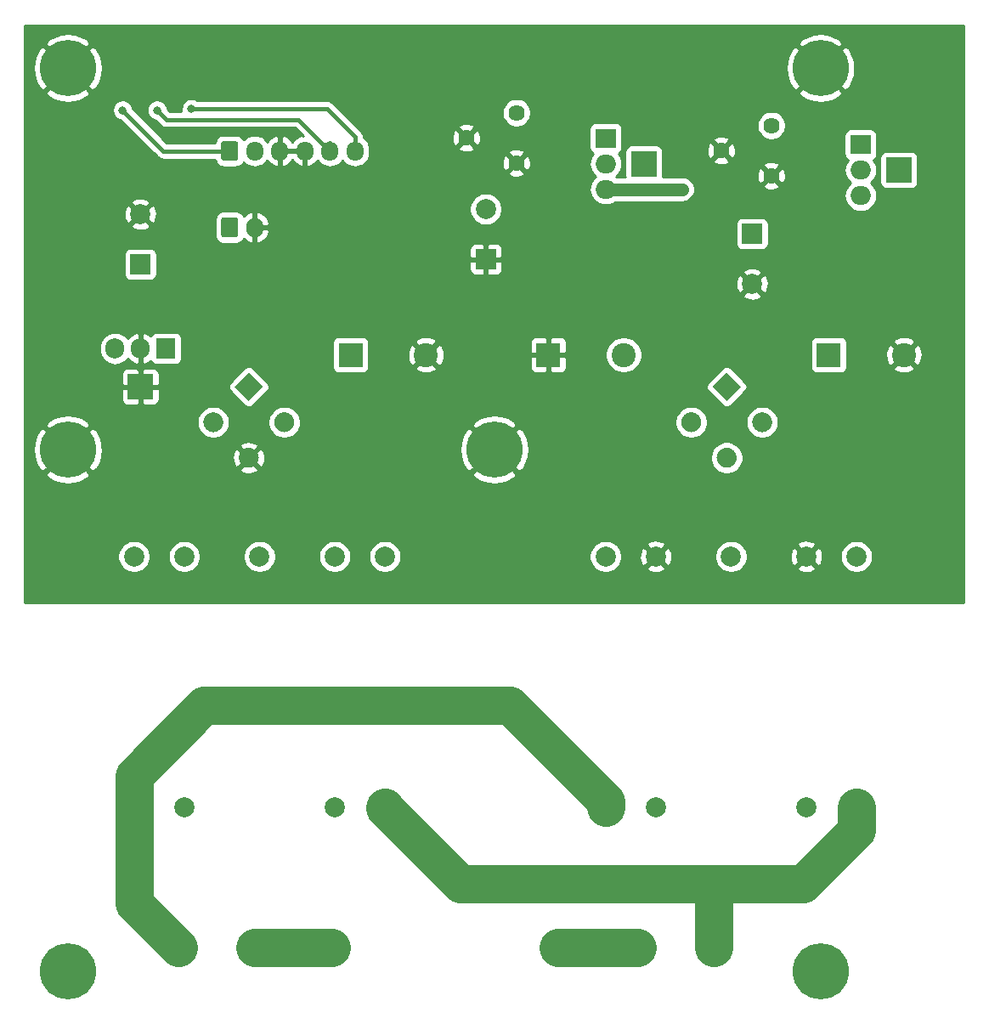
<source format=gbr>
G04 #@! TF.GenerationSoftware,KiCad,Pcbnew,5.1.9-73d0e3b20d~88~ubuntu20.04.1*
G04 #@! TF.CreationDate,2021-01-30T11:56:24+01:00*
G04 #@! TF.ProjectId,FY6600_Power_Supply,46593636-3030-45f5-906f-7765725f5375,1.0*
G04 #@! TF.SameCoordinates,Original*
G04 #@! TF.FileFunction,Copper,L2,Bot*
G04 #@! TF.FilePolarity,Positive*
%FSLAX46Y46*%
G04 Gerber Fmt 4.6, Leading zero omitted, Abs format (unit mm)*
G04 Created by KiCad (PCBNEW 5.1.9-73d0e3b20d~88~ubuntu20.04.1) date 2021-01-30 11:56:24*
%MOMM*%
%LPD*%
G01*
G04 APERTURE LIST*
G04 #@! TA.AperFunction,ComponentPad*
%ADD10O,1.700000X2.000000*%
G04 #@! TD*
G04 #@! TA.AperFunction,ComponentPad*
%ADD11C,5.600000*%
G04 #@! TD*
G04 #@! TA.AperFunction,ComponentPad*
%ADD12O,2.000000X1.905000*%
G04 #@! TD*
G04 #@! TA.AperFunction,ComponentPad*
%ADD13R,2.000000X1.905000*%
G04 #@! TD*
G04 #@! TA.AperFunction,ComponentPad*
%ADD14O,1.905000X2.000000*%
G04 #@! TD*
G04 #@! TA.AperFunction,ComponentPad*
%ADD15R,1.905000X2.000000*%
G04 #@! TD*
G04 #@! TA.AperFunction,ComponentPad*
%ADD16C,2.000000*%
G04 #@! TD*
G04 #@! TA.AperFunction,ComponentPad*
%ADD17R,2.000000X2.000000*%
G04 #@! TD*
G04 #@! TA.AperFunction,ComponentPad*
%ADD18C,2.540000*%
G04 #@! TD*
G04 #@! TA.AperFunction,ComponentPad*
%ADD19R,2.540000X2.540000*%
G04 #@! TD*
G04 #@! TA.AperFunction,ComponentPad*
%ADD20C,1.620000*%
G04 #@! TD*
G04 #@! TA.AperFunction,ComponentPad*
%ADD21O,1.700000X1.950000*%
G04 #@! TD*
G04 #@! TA.AperFunction,ComponentPad*
%ADD22R,2.500000X2.500000*%
G04 #@! TD*
G04 #@! TA.AperFunction,ComponentPad*
%ADD23C,3.000000*%
G04 #@! TD*
G04 #@! TA.AperFunction,ComponentPad*
%ADD24C,0.100000*%
G04 #@! TD*
G04 #@! TA.AperFunction,ComponentPad*
%ADD25C,2.400000*%
G04 #@! TD*
G04 #@! TA.AperFunction,ComponentPad*
%ADD26R,2.400000X2.400000*%
G04 #@! TD*
G04 #@! TA.AperFunction,ViaPad*
%ADD27C,0.800000*%
G04 #@! TD*
G04 #@! TA.AperFunction,Conductor*
%ADD28C,0.406400*%
G04 #@! TD*
G04 #@! TA.AperFunction,Conductor*
%ADD29C,3.810000*%
G04 #@! TD*
G04 #@! TA.AperFunction,Conductor*
%ADD30C,1.270000*%
G04 #@! TD*
G04 #@! TA.AperFunction,Conductor*
%ADD31C,0.254000*%
G04 #@! TD*
G04 #@! TA.AperFunction,Conductor*
%ADD32C,0.100000*%
G04 #@! TD*
G04 APERTURE END LIST*
D10*
X73620000Y-62865000D03*
G04 #@! TA.AperFunction,ComponentPad*
G36*
G01*
X70270000Y-63615000D02*
X70270000Y-62115000D01*
G75*
G02*
X70520000Y-61865000I250000J0D01*
G01*
X71720000Y-61865000D01*
G75*
G02*
X71970000Y-62115000I0J-250000D01*
G01*
X71970000Y-63615000D01*
G75*
G02*
X71720000Y-63865000I-250000J0D01*
G01*
X70520000Y-63865000D01*
G75*
G02*
X70270000Y-63615000I0J250000D01*
G01*
G37*
G04 #@! TD.AperFunction*
D11*
X130000000Y-47000000D03*
X55000000Y-47000000D03*
D12*
X108585000Y-59055000D03*
X108585000Y-56515000D03*
D13*
X108585000Y-53975000D03*
D12*
X133985000Y-59690000D03*
X133985000Y-57150000D03*
D13*
X133985000Y-54610000D03*
D14*
X59690000Y-74930000D03*
X62230000Y-74930000D03*
D15*
X64770000Y-74930000D03*
D16*
X108585000Y-95650000D03*
X113585000Y-95650000D03*
X121085000Y-95650000D03*
X128585000Y-95650000D03*
X133585000Y-95650000D03*
X133585000Y-120650000D03*
X128585000Y-120650000D03*
X113585000Y-120650000D03*
D17*
X108585000Y-120650000D03*
D16*
X61595000Y-95650000D03*
X66595000Y-95650000D03*
X74095000Y-95650000D03*
X81595000Y-95650000D03*
X86595000Y-95650000D03*
X86595000Y-120650000D03*
X81595000Y-120650000D03*
X66595000Y-120650000D03*
D17*
X61595000Y-120650000D03*
D18*
X119380000Y-134620000D03*
D19*
X111760000Y-134620000D03*
D20*
X99695000Y-51435000D03*
X94695000Y-53935000D03*
X99695000Y-56435000D03*
X125095000Y-52705000D03*
X120095000Y-55205000D03*
X125095000Y-57705000D03*
D21*
X83620000Y-55245000D03*
X81120000Y-55245000D03*
X78620000Y-55245000D03*
X76120000Y-55245000D03*
X73620000Y-55245000D03*
G04 #@! TA.AperFunction,ComponentPad*
G36*
G01*
X70270000Y-55970000D02*
X70270000Y-54520000D01*
G75*
G02*
X70520000Y-54270000I250000J0D01*
G01*
X71720000Y-54270000D01*
G75*
G02*
X71970000Y-54520000I0J-250000D01*
G01*
X71970000Y-55970000D01*
G75*
G02*
X71720000Y-56220000I-250000J0D01*
G01*
X70520000Y-56220000D01*
G75*
G02*
X70270000Y-55970000I0J250000D01*
G01*
G37*
G04 #@! TD.AperFunction*
D18*
X73660000Y-134620000D03*
D19*
X66040000Y-134620000D03*
D22*
X112395000Y-56515000D03*
X137795000Y-57150000D03*
X62230000Y-78740000D03*
D11*
X55000000Y-85000000D03*
X97500000Y-85000000D03*
X130000000Y-137000000D03*
X55000000Y-137000000D03*
D23*
X103880000Y-134620000D03*
X81280000Y-134620000D03*
G04 #@! TA.AperFunction,ComponentPad*
D24*
G36*
X119235786Y-78740000D02*
G01*
X120650000Y-77325786D01*
X122064214Y-78740000D01*
X120650000Y-80154214D01*
X119235786Y-78740000D01*
G37*
G04 #@! TD.AperFunction*
G04 #@! TA.AperFunction,ComponentPad*
G36*
G01*
X119942893Y-85103961D02*
X119942893Y-85103961D01*
G75*
G02*
X121357107Y-85103961I707107J-707107D01*
G01*
X121357107Y-85103961D01*
G75*
G02*
X121357107Y-86518175I-707107J-707107D01*
G01*
X121357107Y-86518175D01*
G75*
G02*
X119942893Y-86518175I-707107J707107D01*
G01*
X119942893Y-86518175D01*
G75*
G02*
X119942893Y-85103961I707107J707107D01*
G01*
G37*
G04 #@! TD.AperFunction*
G04 #@! TA.AperFunction,ComponentPad*
G36*
G01*
X116407359Y-81568427D02*
X116407359Y-81568427D01*
G75*
G02*
X117821573Y-81568427I707107J-707107D01*
G01*
X117821573Y-81568427D01*
G75*
G02*
X117821573Y-82982641I-707107J-707107D01*
G01*
X117821573Y-82982641D01*
G75*
G02*
X116407359Y-82982641I-707107J707107D01*
G01*
X116407359Y-82982641D01*
G75*
G02*
X116407359Y-81568427I707107J707107D01*
G01*
G37*
G04 #@! TD.AperFunction*
G04 #@! TA.AperFunction,ComponentPad*
G36*
G01*
X123478427Y-81568427D02*
X123478427Y-81568427D01*
G75*
G02*
X124892641Y-81568427I707107J-707107D01*
G01*
X124892641Y-81568427D01*
G75*
G02*
X124892641Y-82982641I-707107J-707107D01*
G01*
X124892641Y-82982641D01*
G75*
G02*
X123478427Y-82982641I-707107J707107D01*
G01*
X123478427Y-82982641D01*
G75*
G02*
X123478427Y-81568427I707107J707107D01*
G01*
G37*
G04 #@! TD.AperFunction*
G04 #@! TA.AperFunction,ComponentPad*
G36*
X71610786Y-78740000D02*
G01*
X73025000Y-77325786D01*
X74439214Y-78740000D01*
X73025000Y-80154214D01*
X71610786Y-78740000D01*
G37*
G04 #@! TD.AperFunction*
G04 #@! TA.AperFunction,ComponentPad*
G36*
G01*
X72317893Y-85103961D02*
X72317893Y-85103961D01*
G75*
G02*
X73732107Y-85103961I707107J-707107D01*
G01*
X73732107Y-85103961D01*
G75*
G02*
X73732107Y-86518175I-707107J-707107D01*
G01*
X73732107Y-86518175D01*
G75*
G02*
X72317893Y-86518175I-707107J707107D01*
G01*
X72317893Y-86518175D01*
G75*
G02*
X72317893Y-85103961I707107J707107D01*
G01*
G37*
G04 #@! TD.AperFunction*
G04 #@! TA.AperFunction,ComponentPad*
G36*
G01*
X68782359Y-81568427D02*
X68782359Y-81568427D01*
G75*
G02*
X70196573Y-81568427I707107J-707107D01*
G01*
X70196573Y-81568427D01*
G75*
G02*
X70196573Y-82982641I-707107J-707107D01*
G01*
X70196573Y-82982641D01*
G75*
G02*
X68782359Y-82982641I-707107J707107D01*
G01*
X68782359Y-82982641D01*
G75*
G02*
X68782359Y-81568427I707107J707107D01*
G01*
G37*
G04 #@! TD.AperFunction*
G04 #@! TA.AperFunction,ComponentPad*
G36*
G01*
X75853427Y-81568427D02*
X75853427Y-81568427D01*
G75*
G02*
X77267641Y-81568427I707107J-707107D01*
G01*
X77267641Y-81568427D01*
G75*
G02*
X77267641Y-82982641I-707107J-707107D01*
G01*
X77267641Y-82982641D01*
G75*
G02*
X75853427Y-82982641I-707107J707107D01*
G01*
X75853427Y-82982641D01*
G75*
G02*
X75853427Y-81568427I707107J707107D01*
G01*
G37*
G04 #@! TD.AperFunction*
D16*
X96647000Y-61040000D03*
D17*
X96647000Y-66040000D03*
D25*
X110370000Y-75565000D03*
D26*
X102870000Y-75565000D03*
D16*
X123190000Y-68500000D03*
D17*
X123190000Y-63500000D03*
D25*
X138310000Y-75565000D03*
D26*
X130810000Y-75565000D03*
D16*
X62230000Y-61548000D03*
D17*
X62230000Y-66548000D03*
D25*
X90685000Y-75565000D03*
D26*
X83185000Y-75565000D03*
D27*
X62230000Y-71120000D03*
X62230000Y-72390000D03*
X62230000Y-76835000D03*
X104775000Y-62230000D03*
X91440000Y-59182000D03*
X91440000Y-53594000D03*
X67945000Y-70231000D03*
X106129079Y-55075079D03*
X128862000Y-61511000D03*
X64380000Y-57159000D03*
X60942000Y-57168000D03*
X106045000Y-51054000D03*
X132715000Y-52324000D03*
X60452000Y-51181000D03*
X63881000Y-51181000D03*
X67310000Y-51054004D03*
X116205000Y-59055000D03*
D28*
X64516000Y-55245000D02*
X60452000Y-51181000D01*
X71120000Y-55245000D02*
X64516000Y-55245000D01*
X81120000Y-55245000D02*
X81120000Y-54450000D01*
X81120000Y-55245000D02*
X77986202Y-52111202D01*
X77986202Y-52111202D02*
X64811202Y-52111202D01*
X64811202Y-52111202D02*
X63881000Y-51181000D01*
X67310004Y-51054000D02*
X67310000Y-51054004D01*
X80810400Y-51054000D02*
X67310004Y-51054000D01*
X83620000Y-53863600D02*
X80810400Y-51054000D01*
X83620000Y-55245000D02*
X83620000Y-53863600D01*
D29*
X103880000Y-134620000D02*
X111760000Y-134620000D01*
X73660000Y-134620000D02*
X81280000Y-134620000D01*
X68580000Y-110490000D02*
X61595000Y-117475000D01*
X99060000Y-110490000D02*
X68580000Y-110490000D01*
X61595000Y-130175000D02*
X66040000Y-134620000D01*
X61595000Y-117475000D02*
X61595000Y-130175000D01*
X108585000Y-120015000D02*
X99060000Y-110490000D01*
X108585000Y-120650000D02*
X108585000Y-120015000D01*
X86595000Y-120767500D02*
X86595000Y-120650000D01*
X94097500Y-128270000D02*
X86595000Y-120767500D01*
X128270000Y-128270000D02*
X94097500Y-128270000D01*
X133585000Y-122955000D02*
X128270000Y-128270000D01*
X133585000Y-120650000D02*
X133585000Y-122955000D01*
X119380000Y-134620000D02*
X119380000Y-128270000D01*
D30*
X108585000Y-59055000D02*
X116205000Y-59055000D01*
D31*
X144290000Y-100203000D02*
X50710000Y-100203000D01*
X50710000Y-95488967D01*
X59960000Y-95488967D01*
X59960000Y-95811033D01*
X60022832Y-96126912D01*
X60146082Y-96424463D01*
X60325013Y-96692252D01*
X60552748Y-96919987D01*
X60820537Y-97098918D01*
X61118088Y-97222168D01*
X61433967Y-97285000D01*
X61756033Y-97285000D01*
X62071912Y-97222168D01*
X62369463Y-97098918D01*
X62637252Y-96919987D01*
X62864987Y-96692252D01*
X63043918Y-96424463D01*
X63167168Y-96126912D01*
X63230000Y-95811033D01*
X63230000Y-95488967D01*
X64960000Y-95488967D01*
X64960000Y-95811033D01*
X65022832Y-96126912D01*
X65146082Y-96424463D01*
X65325013Y-96692252D01*
X65552748Y-96919987D01*
X65820537Y-97098918D01*
X66118088Y-97222168D01*
X66433967Y-97285000D01*
X66756033Y-97285000D01*
X67071912Y-97222168D01*
X67369463Y-97098918D01*
X67637252Y-96919987D01*
X67864987Y-96692252D01*
X68043918Y-96424463D01*
X68167168Y-96126912D01*
X68230000Y-95811033D01*
X68230000Y-95488967D01*
X72460000Y-95488967D01*
X72460000Y-95811033D01*
X72522832Y-96126912D01*
X72646082Y-96424463D01*
X72825013Y-96692252D01*
X73052748Y-96919987D01*
X73320537Y-97098918D01*
X73618088Y-97222168D01*
X73933967Y-97285000D01*
X74256033Y-97285000D01*
X74571912Y-97222168D01*
X74869463Y-97098918D01*
X75137252Y-96919987D01*
X75364987Y-96692252D01*
X75543918Y-96424463D01*
X75667168Y-96126912D01*
X75730000Y-95811033D01*
X75730000Y-95488967D01*
X79960000Y-95488967D01*
X79960000Y-95811033D01*
X80022832Y-96126912D01*
X80146082Y-96424463D01*
X80325013Y-96692252D01*
X80552748Y-96919987D01*
X80820537Y-97098918D01*
X81118088Y-97222168D01*
X81433967Y-97285000D01*
X81756033Y-97285000D01*
X82071912Y-97222168D01*
X82369463Y-97098918D01*
X82637252Y-96919987D01*
X82864987Y-96692252D01*
X83043918Y-96424463D01*
X83167168Y-96126912D01*
X83230000Y-95811033D01*
X83230000Y-95488967D01*
X84960000Y-95488967D01*
X84960000Y-95811033D01*
X85022832Y-96126912D01*
X85146082Y-96424463D01*
X85325013Y-96692252D01*
X85552748Y-96919987D01*
X85820537Y-97098918D01*
X86118088Y-97222168D01*
X86433967Y-97285000D01*
X86756033Y-97285000D01*
X87071912Y-97222168D01*
X87369463Y-97098918D01*
X87637252Y-96919987D01*
X87864987Y-96692252D01*
X88043918Y-96424463D01*
X88167168Y-96126912D01*
X88230000Y-95811033D01*
X88230000Y-95488967D01*
X106950000Y-95488967D01*
X106950000Y-95811033D01*
X107012832Y-96126912D01*
X107136082Y-96424463D01*
X107315013Y-96692252D01*
X107542748Y-96919987D01*
X107810537Y-97098918D01*
X108108088Y-97222168D01*
X108423967Y-97285000D01*
X108746033Y-97285000D01*
X109061912Y-97222168D01*
X109359463Y-97098918D01*
X109627252Y-96919987D01*
X109761826Y-96785413D01*
X112629192Y-96785413D01*
X112724956Y-97049814D01*
X113014571Y-97190704D01*
X113326108Y-97272384D01*
X113647595Y-97291718D01*
X113966675Y-97247961D01*
X114271088Y-97142795D01*
X114445044Y-97049814D01*
X114540808Y-96785413D01*
X113585000Y-95829605D01*
X112629192Y-96785413D01*
X109761826Y-96785413D01*
X109854987Y-96692252D01*
X110033918Y-96424463D01*
X110157168Y-96126912D01*
X110220000Y-95811033D01*
X110220000Y-95712595D01*
X111943282Y-95712595D01*
X111987039Y-96031675D01*
X112092205Y-96336088D01*
X112185186Y-96510044D01*
X112449587Y-96605808D01*
X113405395Y-95650000D01*
X113764605Y-95650000D01*
X114720413Y-96605808D01*
X114984814Y-96510044D01*
X115125704Y-96220429D01*
X115207384Y-95908892D01*
X115226718Y-95587405D01*
X115213219Y-95488967D01*
X119450000Y-95488967D01*
X119450000Y-95811033D01*
X119512832Y-96126912D01*
X119636082Y-96424463D01*
X119815013Y-96692252D01*
X120042748Y-96919987D01*
X120310537Y-97098918D01*
X120608088Y-97222168D01*
X120923967Y-97285000D01*
X121246033Y-97285000D01*
X121561912Y-97222168D01*
X121859463Y-97098918D01*
X122127252Y-96919987D01*
X122261826Y-96785413D01*
X127629192Y-96785413D01*
X127724956Y-97049814D01*
X128014571Y-97190704D01*
X128326108Y-97272384D01*
X128647595Y-97291718D01*
X128966675Y-97247961D01*
X129271088Y-97142795D01*
X129445044Y-97049814D01*
X129540808Y-96785413D01*
X128585000Y-95829605D01*
X127629192Y-96785413D01*
X122261826Y-96785413D01*
X122354987Y-96692252D01*
X122533918Y-96424463D01*
X122657168Y-96126912D01*
X122720000Y-95811033D01*
X122720000Y-95712595D01*
X126943282Y-95712595D01*
X126987039Y-96031675D01*
X127092205Y-96336088D01*
X127185186Y-96510044D01*
X127449587Y-96605808D01*
X128405395Y-95650000D01*
X128764605Y-95650000D01*
X129720413Y-96605808D01*
X129984814Y-96510044D01*
X130125704Y-96220429D01*
X130207384Y-95908892D01*
X130226718Y-95587405D01*
X130213219Y-95488967D01*
X131950000Y-95488967D01*
X131950000Y-95811033D01*
X132012832Y-96126912D01*
X132136082Y-96424463D01*
X132315013Y-96692252D01*
X132542748Y-96919987D01*
X132810537Y-97098918D01*
X133108088Y-97222168D01*
X133423967Y-97285000D01*
X133746033Y-97285000D01*
X134061912Y-97222168D01*
X134359463Y-97098918D01*
X134627252Y-96919987D01*
X134854987Y-96692252D01*
X135033918Y-96424463D01*
X135157168Y-96126912D01*
X135220000Y-95811033D01*
X135220000Y-95488967D01*
X135157168Y-95173088D01*
X135033918Y-94875537D01*
X134854987Y-94607748D01*
X134627252Y-94380013D01*
X134359463Y-94201082D01*
X134061912Y-94077832D01*
X133746033Y-94015000D01*
X133423967Y-94015000D01*
X133108088Y-94077832D01*
X132810537Y-94201082D01*
X132542748Y-94380013D01*
X132315013Y-94607748D01*
X132136082Y-94875537D01*
X132012832Y-95173088D01*
X131950000Y-95488967D01*
X130213219Y-95488967D01*
X130182961Y-95268325D01*
X130077795Y-94963912D01*
X129984814Y-94789956D01*
X129720413Y-94694192D01*
X128764605Y-95650000D01*
X128405395Y-95650000D01*
X127449587Y-94694192D01*
X127185186Y-94789956D01*
X127044296Y-95079571D01*
X126962616Y-95391108D01*
X126943282Y-95712595D01*
X122720000Y-95712595D01*
X122720000Y-95488967D01*
X122657168Y-95173088D01*
X122533918Y-94875537D01*
X122354987Y-94607748D01*
X122261826Y-94514587D01*
X127629192Y-94514587D01*
X128585000Y-95470395D01*
X129540808Y-94514587D01*
X129445044Y-94250186D01*
X129155429Y-94109296D01*
X128843892Y-94027616D01*
X128522405Y-94008282D01*
X128203325Y-94052039D01*
X127898912Y-94157205D01*
X127724956Y-94250186D01*
X127629192Y-94514587D01*
X122261826Y-94514587D01*
X122127252Y-94380013D01*
X121859463Y-94201082D01*
X121561912Y-94077832D01*
X121246033Y-94015000D01*
X120923967Y-94015000D01*
X120608088Y-94077832D01*
X120310537Y-94201082D01*
X120042748Y-94380013D01*
X119815013Y-94607748D01*
X119636082Y-94875537D01*
X119512832Y-95173088D01*
X119450000Y-95488967D01*
X115213219Y-95488967D01*
X115182961Y-95268325D01*
X115077795Y-94963912D01*
X114984814Y-94789956D01*
X114720413Y-94694192D01*
X113764605Y-95650000D01*
X113405395Y-95650000D01*
X112449587Y-94694192D01*
X112185186Y-94789956D01*
X112044296Y-95079571D01*
X111962616Y-95391108D01*
X111943282Y-95712595D01*
X110220000Y-95712595D01*
X110220000Y-95488967D01*
X110157168Y-95173088D01*
X110033918Y-94875537D01*
X109854987Y-94607748D01*
X109761826Y-94514587D01*
X112629192Y-94514587D01*
X113585000Y-95470395D01*
X114540808Y-94514587D01*
X114445044Y-94250186D01*
X114155429Y-94109296D01*
X113843892Y-94027616D01*
X113522405Y-94008282D01*
X113203325Y-94052039D01*
X112898912Y-94157205D01*
X112724956Y-94250186D01*
X112629192Y-94514587D01*
X109761826Y-94514587D01*
X109627252Y-94380013D01*
X109359463Y-94201082D01*
X109061912Y-94077832D01*
X108746033Y-94015000D01*
X108423967Y-94015000D01*
X108108088Y-94077832D01*
X107810537Y-94201082D01*
X107542748Y-94380013D01*
X107315013Y-94607748D01*
X107136082Y-94875537D01*
X107012832Y-95173088D01*
X106950000Y-95488967D01*
X88230000Y-95488967D01*
X88167168Y-95173088D01*
X88043918Y-94875537D01*
X87864987Y-94607748D01*
X87637252Y-94380013D01*
X87369463Y-94201082D01*
X87071912Y-94077832D01*
X86756033Y-94015000D01*
X86433967Y-94015000D01*
X86118088Y-94077832D01*
X85820537Y-94201082D01*
X85552748Y-94380013D01*
X85325013Y-94607748D01*
X85146082Y-94875537D01*
X85022832Y-95173088D01*
X84960000Y-95488967D01*
X83230000Y-95488967D01*
X83167168Y-95173088D01*
X83043918Y-94875537D01*
X82864987Y-94607748D01*
X82637252Y-94380013D01*
X82369463Y-94201082D01*
X82071912Y-94077832D01*
X81756033Y-94015000D01*
X81433967Y-94015000D01*
X81118088Y-94077832D01*
X80820537Y-94201082D01*
X80552748Y-94380013D01*
X80325013Y-94607748D01*
X80146082Y-94875537D01*
X80022832Y-95173088D01*
X79960000Y-95488967D01*
X75730000Y-95488967D01*
X75667168Y-95173088D01*
X75543918Y-94875537D01*
X75364987Y-94607748D01*
X75137252Y-94380013D01*
X74869463Y-94201082D01*
X74571912Y-94077832D01*
X74256033Y-94015000D01*
X73933967Y-94015000D01*
X73618088Y-94077832D01*
X73320537Y-94201082D01*
X73052748Y-94380013D01*
X72825013Y-94607748D01*
X72646082Y-94875537D01*
X72522832Y-95173088D01*
X72460000Y-95488967D01*
X68230000Y-95488967D01*
X68167168Y-95173088D01*
X68043918Y-94875537D01*
X67864987Y-94607748D01*
X67637252Y-94380013D01*
X67369463Y-94201082D01*
X67071912Y-94077832D01*
X66756033Y-94015000D01*
X66433967Y-94015000D01*
X66118088Y-94077832D01*
X65820537Y-94201082D01*
X65552748Y-94380013D01*
X65325013Y-94607748D01*
X65146082Y-94875537D01*
X65022832Y-95173088D01*
X64960000Y-95488967D01*
X63230000Y-95488967D01*
X63167168Y-95173088D01*
X63043918Y-94875537D01*
X62864987Y-94607748D01*
X62637252Y-94380013D01*
X62369463Y-94201082D01*
X62071912Y-94077832D01*
X61756033Y-94015000D01*
X61433967Y-94015000D01*
X61118088Y-94077832D01*
X60820537Y-94201082D01*
X60552748Y-94380013D01*
X60325013Y-94607748D01*
X60146082Y-94875537D01*
X60022832Y-95173088D01*
X59960000Y-95488967D01*
X50710000Y-95488967D01*
X50710000Y-87416481D01*
X52763124Y-87416481D01*
X53075308Y-87865177D01*
X53671259Y-88185612D01*
X54318273Y-88383626D01*
X54991484Y-88451610D01*
X55665023Y-88386949D01*
X56313006Y-88192130D01*
X56910530Y-87874639D01*
X56924692Y-87865177D01*
X57236876Y-87416481D01*
X55000000Y-85179605D01*
X52763124Y-87416481D01*
X50710000Y-87416481D01*
X50710000Y-84991484D01*
X51548390Y-84991484D01*
X51613051Y-85665023D01*
X51807870Y-86313006D01*
X52125361Y-86910530D01*
X52134823Y-86924692D01*
X52583519Y-87236876D01*
X54820395Y-85000000D01*
X55179605Y-85000000D01*
X57416481Y-87236876D01*
X57841382Y-86941247D01*
X72074426Y-86941247D01*
X72169617Y-87204467D01*
X72457892Y-87344570D01*
X72767960Y-87425741D01*
X73087906Y-87444862D01*
X73294286Y-87416481D01*
X95263124Y-87416481D01*
X95575308Y-87865177D01*
X96171259Y-88185612D01*
X96818273Y-88383626D01*
X97491484Y-88451610D01*
X98165023Y-88386949D01*
X98813006Y-88192130D01*
X99410530Y-87874639D01*
X99424692Y-87865177D01*
X99736876Y-87416481D01*
X97500000Y-85179605D01*
X95263124Y-87416481D01*
X73294286Y-87416481D01*
X73405435Y-87401196D01*
X73708344Y-87296423D01*
X73880380Y-87204463D01*
X73975194Y-86940867D01*
X73025000Y-85990673D01*
X72074426Y-86941247D01*
X57841382Y-86941247D01*
X57865177Y-86924692D01*
X58185612Y-86328741D01*
X58363294Y-85748162D01*
X71391206Y-85748162D01*
X71410327Y-86068108D01*
X71491498Y-86378176D01*
X71631601Y-86666451D01*
X71894821Y-86761642D01*
X72845395Y-85811068D01*
X73204605Y-85811068D01*
X74154799Y-86761262D01*
X74418395Y-86666448D01*
X74510355Y-86494412D01*
X74615128Y-86191503D01*
X74658794Y-85873974D01*
X74639673Y-85554028D01*
X74558502Y-85243960D01*
X74435798Y-84991484D01*
X94048390Y-84991484D01*
X94113051Y-85665023D01*
X94307870Y-86313006D01*
X94625361Y-86910530D01*
X94634823Y-86924692D01*
X95083519Y-87236876D01*
X97320395Y-85000000D01*
X97679605Y-85000000D01*
X99916481Y-87236876D01*
X100365177Y-86924692D01*
X100685612Y-86328741D01*
X100883626Y-85681727D01*
X100886826Y-85650035D01*
X119015000Y-85650035D01*
X119015000Y-85972101D01*
X119077832Y-86287980D01*
X119201082Y-86585531D01*
X119380013Y-86853320D01*
X119607748Y-87081055D01*
X119875537Y-87259986D01*
X120173088Y-87383236D01*
X120488967Y-87446068D01*
X120811033Y-87446068D01*
X121126912Y-87383236D01*
X121424463Y-87259986D01*
X121692252Y-87081055D01*
X121919987Y-86853320D01*
X122098918Y-86585531D01*
X122222168Y-86287980D01*
X122285000Y-85972101D01*
X122285000Y-85650035D01*
X122222168Y-85334156D01*
X122098918Y-85036605D01*
X121919987Y-84768816D01*
X121692252Y-84541081D01*
X121424463Y-84362150D01*
X121126912Y-84238900D01*
X120811033Y-84176068D01*
X120488967Y-84176068D01*
X120173088Y-84238900D01*
X119875537Y-84362150D01*
X119607748Y-84541081D01*
X119380013Y-84768816D01*
X119201082Y-85036605D01*
X119077832Y-85334156D01*
X119015000Y-85650035D01*
X100886826Y-85650035D01*
X100951610Y-85008516D01*
X100886949Y-84334977D01*
X100692130Y-83686994D01*
X100374639Y-83089470D01*
X100365177Y-83075308D01*
X99916481Y-82763124D01*
X97679605Y-85000000D01*
X97320395Y-85000000D01*
X95083519Y-82763124D01*
X94634823Y-83075308D01*
X94314388Y-83671259D01*
X94116374Y-84318273D01*
X94048390Y-84991484D01*
X74435798Y-84991484D01*
X74418399Y-84955685D01*
X74155179Y-84860494D01*
X73204605Y-85811068D01*
X72845395Y-85811068D01*
X71895201Y-84860874D01*
X71631605Y-84955688D01*
X71539645Y-85127724D01*
X71434872Y-85430633D01*
X71391206Y-85748162D01*
X58363294Y-85748162D01*
X58383626Y-85681727D01*
X58451610Y-85008516D01*
X58420194Y-84681269D01*
X72074806Y-84681269D01*
X73025000Y-85631463D01*
X73975574Y-84680889D01*
X73880383Y-84417669D01*
X73592108Y-84277566D01*
X73282040Y-84196395D01*
X72962094Y-84177274D01*
X72644565Y-84220940D01*
X72341656Y-84325713D01*
X72169620Y-84417673D01*
X72074806Y-84681269D01*
X58420194Y-84681269D01*
X58386949Y-84334977D01*
X58192130Y-83686994D01*
X57874639Y-83089470D01*
X57865177Y-83075308D01*
X57416481Y-82763124D01*
X55179605Y-85000000D01*
X54820395Y-85000000D01*
X52583519Y-82763124D01*
X52134823Y-83075308D01*
X51814388Y-83671259D01*
X51616374Y-84318273D01*
X51548390Y-84991484D01*
X50710000Y-84991484D01*
X50710000Y-82583519D01*
X52763124Y-82583519D01*
X55000000Y-84820395D01*
X57236876Y-82583519D01*
X56924692Y-82134823D01*
X56886897Y-82114501D01*
X67854466Y-82114501D01*
X67854466Y-82436567D01*
X67917298Y-82752446D01*
X68040548Y-83049997D01*
X68219479Y-83317786D01*
X68447214Y-83545521D01*
X68715003Y-83724452D01*
X69012554Y-83847702D01*
X69328433Y-83910534D01*
X69650499Y-83910534D01*
X69966378Y-83847702D01*
X70263929Y-83724452D01*
X70531718Y-83545521D01*
X70759453Y-83317786D01*
X70938384Y-83049997D01*
X71061634Y-82752446D01*
X71124466Y-82436567D01*
X71124466Y-82114501D01*
X74925534Y-82114501D01*
X74925534Y-82436567D01*
X74988366Y-82752446D01*
X75111616Y-83049997D01*
X75290547Y-83317786D01*
X75518282Y-83545521D01*
X75786071Y-83724452D01*
X76083622Y-83847702D01*
X76399501Y-83910534D01*
X76721567Y-83910534D01*
X77037446Y-83847702D01*
X77334997Y-83724452D01*
X77602786Y-83545521D01*
X77830521Y-83317786D01*
X78009452Y-83049997D01*
X78132702Y-82752446D01*
X78166303Y-82583519D01*
X95263124Y-82583519D01*
X97500000Y-84820395D01*
X99736876Y-82583519D01*
X99424692Y-82134823D01*
X99386897Y-82114501D01*
X115479466Y-82114501D01*
X115479466Y-82436567D01*
X115542298Y-82752446D01*
X115665548Y-83049997D01*
X115844479Y-83317786D01*
X116072214Y-83545521D01*
X116340003Y-83724452D01*
X116637554Y-83847702D01*
X116953433Y-83910534D01*
X117275499Y-83910534D01*
X117591378Y-83847702D01*
X117888929Y-83724452D01*
X118156718Y-83545521D01*
X118384453Y-83317786D01*
X118563384Y-83049997D01*
X118686634Y-82752446D01*
X118749466Y-82436567D01*
X118749466Y-82114501D01*
X122550534Y-82114501D01*
X122550534Y-82436567D01*
X122613366Y-82752446D01*
X122736616Y-83049997D01*
X122915547Y-83317786D01*
X123143282Y-83545521D01*
X123411071Y-83724452D01*
X123708622Y-83847702D01*
X124024501Y-83910534D01*
X124346567Y-83910534D01*
X124662446Y-83847702D01*
X124959997Y-83724452D01*
X125227786Y-83545521D01*
X125455521Y-83317786D01*
X125634452Y-83049997D01*
X125757702Y-82752446D01*
X125820534Y-82436567D01*
X125820534Y-82114501D01*
X125757702Y-81798622D01*
X125634452Y-81501071D01*
X125455521Y-81233282D01*
X125227786Y-81005547D01*
X124959997Y-80826616D01*
X124662446Y-80703366D01*
X124346567Y-80640534D01*
X124024501Y-80640534D01*
X123708622Y-80703366D01*
X123411071Y-80826616D01*
X123143282Y-81005547D01*
X122915547Y-81233282D01*
X122736616Y-81501071D01*
X122613366Y-81798622D01*
X122550534Y-82114501D01*
X118749466Y-82114501D01*
X118686634Y-81798622D01*
X118563384Y-81501071D01*
X118384453Y-81233282D01*
X118156718Y-81005547D01*
X117888929Y-80826616D01*
X117591378Y-80703366D01*
X117275499Y-80640534D01*
X116953433Y-80640534D01*
X116637554Y-80703366D01*
X116340003Y-80826616D01*
X116072214Y-81005547D01*
X115844479Y-81233282D01*
X115665548Y-81501071D01*
X115542298Y-81798622D01*
X115479466Y-82114501D01*
X99386897Y-82114501D01*
X98828741Y-81814388D01*
X98181727Y-81616374D01*
X97508516Y-81548390D01*
X96834977Y-81613051D01*
X96186994Y-81807870D01*
X95589470Y-82125361D01*
X95575308Y-82134823D01*
X95263124Y-82583519D01*
X78166303Y-82583519D01*
X78195534Y-82436567D01*
X78195534Y-82114501D01*
X78132702Y-81798622D01*
X78009452Y-81501071D01*
X77830521Y-81233282D01*
X77602786Y-81005547D01*
X77334997Y-80826616D01*
X77037446Y-80703366D01*
X76721567Y-80640534D01*
X76399501Y-80640534D01*
X76083622Y-80703366D01*
X75786071Y-80826616D01*
X75518282Y-81005547D01*
X75290547Y-81233282D01*
X75111616Y-81501071D01*
X74988366Y-81798622D01*
X74925534Y-82114501D01*
X71124466Y-82114501D01*
X71061634Y-81798622D01*
X70938384Y-81501071D01*
X70759453Y-81233282D01*
X70531718Y-81005547D01*
X70263929Y-80826616D01*
X69966378Y-80703366D01*
X69650499Y-80640534D01*
X69328433Y-80640534D01*
X69012554Y-80703366D01*
X68715003Y-80826616D01*
X68447214Y-81005547D01*
X68219479Y-81233282D01*
X68040548Y-81501071D01*
X67917298Y-81798622D01*
X67854466Y-82114501D01*
X56886897Y-82114501D01*
X56328741Y-81814388D01*
X55681727Y-81616374D01*
X55008516Y-81548390D01*
X54334977Y-81613051D01*
X53686994Y-81807870D01*
X53089470Y-82125361D01*
X53075308Y-82134823D01*
X52763124Y-82583519D01*
X50710000Y-82583519D01*
X50710000Y-79990000D01*
X60341928Y-79990000D01*
X60354188Y-80114482D01*
X60390498Y-80234180D01*
X60449463Y-80344494D01*
X60528815Y-80441185D01*
X60625506Y-80520537D01*
X60735820Y-80579502D01*
X60855518Y-80615812D01*
X60980000Y-80628072D01*
X61944250Y-80625000D01*
X62103000Y-80466250D01*
X62103000Y-78867000D01*
X62357000Y-78867000D01*
X62357000Y-80466250D01*
X62515750Y-80625000D01*
X63480000Y-80628072D01*
X63604482Y-80615812D01*
X63724180Y-80579502D01*
X63834494Y-80520537D01*
X63931185Y-80441185D01*
X64010537Y-80344494D01*
X64069502Y-80234180D01*
X64105812Y-80114482D01*
X64118072Y-79990000D01*
X64115000Y-79025750D01*
X63956250Y-78867000D01*
X62357000Y-78867000D01*
X62103000Y-78867000D01*
X60503750Y-78867000D01*
X60345000Y-79025750D01*
X60341928Y-79990000D01*
X50710000Y-79990000D01*
X50710000Y-78740000D01*
X70972714Y-78740000D01*
X70984974Y-78864482D01*
X71021284Y-78984180D01*
X71080249Y-79094494D01*
X71159601Y-79191185D01*
X72573815Y-80605399D01*
X72670506Y-80684751D01*
X72780820Y-80743716D01*
X72900518Y-80780026D01*
X73025000Y-80792286D01*
X73149482Y-80780026D01*
X73269180Y-80743716D01*
X73379494Y-80684751D01*
X73476185Y-80605399D01*
X74890399Y-79191185D01*
X74969751Y-79094494D01*
X75028716Y-78984180D01*
X75065026Y-78864482D01*
X75077286Y-78740000D01*
X118597714Y-78740000D01*
X118609974Y-78864482D01*
X118646284Y-78984180D01*
X118705249Y-79094494D01*
X118784601Y-79191185D01*
X120198815Y-80605399D01*
X120295506Y-80684751D01*
X120405820Y-80743716D01*
X120525518Y-80780026D01*
X120650000Y-80792286D01*
X120774482Y-80780026D01*
X120894180Y-80743716D01*
X121004494Y-80684751D01*
X121101185Y-80605399D01*
X122515399Y-79191185D01*
X122594751Y-79094494D01*
X122653716Y-78984180D01*
X122690026Y-78864482D01*
X122702286Y-78740000D01*
X122690026Y-78615518D01*
X122653716Y-78495820D01*
X122594751Y-78385506D01*
X122515399Y-78288815D01*
X121101185Y-76874601D01*
X121004494Y-76795249D01*
X120894180Y-76736284D01*
X120774482Y-76699974D01*
X120650000Y-76687714D01*
X120525518Y-76699974D01*
X120405820Y-76736284D01*
X120295506Y-76795249D01*
X120198815Y-76874601D01*
X118784601Y-78288815D01*
X118705249Y-78385506D01*
X118646284Y-78495820D01*
X118609974Y-78615518D01*
X118597714Y-78740000D01*
X75077286Y-78740000D01*
X75065026Y-78615518D01*
X75028716Y-78495820D01*
X74969751Y-78385506D01*
X74890399Y-78288815D01*
X73476185Y-76874601D01*
X73379494Y-76795249D01*
X73269180Y-76736284D01*
X73149482Y-76699974D01*
X73025000Y-76687714D01*
X72900518Y-76699974D01*
X72780820Y-76736284D01*
X72670506Y-76795249D01*
X72573815Y-76874601D01*
X71159601Y-78288815D01*
X71080249Y-78385506D01*
X71021284Y-78495820D01*
X70984974Y-78615518D01*
X70972714Y-78740000D01*
X50710000Y-78740000D01*
X50710000Y-77490000D01*
X60341928Y-77490000D01*
X60345000Y-78454250D01*
X60503750Y-78613000D01*
X62103000Y-78613000D01*
X62103000Y-77013750D01*
X62357000Y-77013750D01*
X62357000Y-78613000D01*
X63956250Y-78613000D01*
X64115000Y-78454250D01*
X64118072Y-77490000D01*
X64105812Y-77365518D01*
X64069502Y-77245820D01*
X64010537Y-77135506D01*
X63931185Y-77038815D01*
X63834494Y-76959463D01*
X63724180Y-76900498D01*
X63604482Y-76864188D01*
X63480000Y-76851928D01*
X62515750Y-76855000D01*
X62357000Y-77013750D01*
X62103000Y-77013750D01*
X61944250Y-76855000D01*
X60980000Y-76851928D01*
X60855518Y-76864188D01*
X60735820Y-76900498D01*
X60625506Y-76959463D01*
X60528815Y-77038815D01*
X60449463Y-77135506D01*
X60390498Y-77245820D01*
X60354188Y-77365518D01*
X60341928Y-77490000D01*
X50710000Y-77490000D01*
X50710000Y-74804514D01*
X58102500Y-74804514D01*
X58102500Y-75055485D01*
X58125470Y-75288703D01*
X58216245Y-75587948D01*
X58363655Y-75863734D01*
X58562037Y-76105463D01*
X58803765Y-76303845D01*
X59079551Y-76451255D01*
X59378796Y-76542030D01*
X59690000Y-76572681D01*
X60001203Y-76542030D01*
X60300448Y-76451255D01*
X60576234Y-76303845D01*
X60817963Y-76105463D01*
X60965163Y-75926101D01*
X61120563Y-76111315D01*
X61363077Y-76305969D01*
X61638906Y-76449571D01*
X61857020Y-76520563D01*
X62103000Y-76400594D01*
X62103000Y-75057000D01*
X62083000Y-75057000D01*
X62083000Y-74803000D01*
X62103000Y-74803000D01*
X62103000Y-73459406D01*
X62357000Y-73459406D01*
X62357000Y-74803000D01*
X62377000Y-74803000D01*
X62377000Y-75057000D01*
X62357000Y-75057000D01*
X62357000Y-76400594D01*
X62602980Y-76520563D01*
X62821094Y-76449571D01*
X63096923Y-76305969D01*
X63237941Y-76192781D01*
X63286963Y-76284494D01*
X63366315Y-76381185D01*
X63463006Y-76460537D01*
X63573320Y-76519502D01*
X63693018Y-76555812D01*
X63817500Y-76568072D01*
X65722500Y-76568072D01*
X65846982Y-76555812D01*
X65966680Y-76519502D01*
X66076994Y-76460537D01*
X66173685Y-76381185D01*
X66253037Y-76284494D01*
X66312002Y-76174180D01*
X66348312Y-76054482D01*
X66360572Y-75930000D01*
X66360572Y-74365000D01*
X81346928Y-74365000D01*
X81346928Y-76765000D01*
X81359188Y-76889482D01*
X81395498Y-77009180D01*
X81454463Y-77119494D01*
X81533815Y-77216185D01*
X81630506Y-77295537D01*
X81740820Y-77354502D01*
X81860518Y-77390812D01*
X81985000Y-77403072D01*
X84385000Y-77403072D01*
X84509482Y-77390812D01*
X84629180Y-77354502D01*
X84739494Y-77295537D01*
X84836185Y-77216185D01*
X84915537Y-77119494D01*
X84974502Y-77009180D01*
X85010812Y-76889482D01*
X85015391Y-76842980D01*
X89586626Y-76842980D01*
X89706514Y-77127836D01*
X90030210Y-77288699D01*
X90379069Y-77383322D01*
X90739684Y-77408067D01*
X91098198Y-77361985D01*
X91440833Y-77246846D01*
X91663486Y-77127836D01*
X91783374Y-76842980D01*
X91705395Y-76765000D01*
X101031928Y-76765000D01*
X101044188Y-76889482D01*
X101080498Y-77009180D01*
X101139463Y-77119494D01*
X101218815Y-77216185D01*
X101315506Y-77295537D01*
X101425820Y-77354502D01*
X101545518Y-77390812D01*
X101670000Y-77403072D01*
X102584250Y-77400000D01*
X102743000Y-77241250D01*
X102743000Y-75692000D01*
X102997000Y-75692000D01*
X102997000Y-77241250D01*
X103155750Y-77400000D01*
X104070000Y-77403072D01*
X104194482Y-77390812D01*
X104314180Y-77354502D01*
X104424494Y-77295537D01*
X104521185Y-77216185D01*
X104600537Y-77119494D01*
X104659502Y-77009180D01*
X104695812Y-76889482D01*
X104708072Y-76765000D01*
X104705000Y-75850750D01*
X104546250Y-75692000D01*
X102997000Y-75692000D01*
X102743000Y-75692000D01*
X101193750Y-75692000D01*
X101035000Y-75850750D01*
X101031928Y-76765000D01*
X91705395Y-76765000D01*
X90685000Y-75744605D01*
X89586626Y-76842980D01*
X85015391Y-76842980D01*
X85023072Y-76765000D01*
X85023072Y-75619684D01*
X88841933Y-75619684D01*
X88888015Y-75978198D01*
X89003154Y-76320833D01*
X89122164Y-76543486D01*
X89407020Y-76663374D01*
X90505395Y-75565000D01*
X90864605Y-75565000D01*
X91962980Y-76663374D01*
X92247836Y-76543486D01*
X92408699Y-76219790D01*
X92503322Y-75870931D01*
X92528067Y-75510316D01*
X92481985Y-75151802D01*
X92366846Y-74809167D01*
X92247836Y-74586514D01*
X91962980Y-74466626D01*
X90864605Y-75565000D01*
X90505395Y-75565000D01*
X89407020Y-74466626D01*
X89122164Y-74586514D01*
X88961301Y-74910210D01*
X88866678Y-75259069D01*
X88841933Y-75619684D01*
X85023072Y-75619684D01*
X85023072Y-74365000D01*
X85015392Y-74287020D01*
X89586626Y-74287020D01*
X90685000Y-75385395D01*
X91705394Y-74365000D01*
X101031928Y-74365000D01*
X101035000Y-75279250D01*
X101193750Y-75438000D01*
X102743000Y-75438000D01*
X102743000Y-73888750D01*
X102997000Y-73888750D01*
X102997000Y-75438000D01*
X104546250Y-75438000D01*
X104599982Y-75384268D01*
X108535000Y-75384268D01*
X108535000Y-75745732D01*
X108605518Y-76100250D01*
X108743844Y-76434199D01*
X108944662Y-76734744D01*
X109200256Y-76990338D01*
X109500801Y-77191156D01*
X109834750Y-77329482D01*
X110189268Y-77400000D01*
X110550732Y-77400000D01*
X110905250Y-77329482D01*
X111239199Y-77191156D01*
X111539744Y-76990338D01*
X111795338Y-76734744D01*
X111996156Y-76434199D01*
X112134482Y-76100250D01*
X112205000Y-75745732D01*
X112205000Y-75384268D01*
X112134482Y-75029750D01*
X111996156Y-74695801D01*
X111795338Y-74395256D01*
X111765082Y-74365000D01*
X128971928Y-74365000D01*
X128971928Y-76765000D01*
X128984188Y-76889482D01*
X129020498Y-77009180D01*
X129079463Y-77119494D01*
X129158815Y-77216185D01*
X129255506Y-77295537D01*
X129365820Y-77354502D01*
X129485518Y-77390812D01*
X129610000Y-77403072D01*
X132010000Y-77403072D01*
X132134482Y-77390812D01*
X132254180Y-77354502D01*
X132364494Y-77295537D01*
X132461185Y-77216185D01*
X132540537Y-77119494D01*
X132599502Y-77009180D01*
X132635812Y-76889482D01*
X132640391Y-76842980D01*
X137211626Y-76842980D01*
X137331514Y-77127836D01*
X137655210Y-77288699D01*
X138004069Y-77383322D01*
X138364684Y-77408067D01*
X138723198Y-77361985D01*
X139065833Y-77246846D01*
X139288486Y-77127836D01*
X139408374Y-76842980D01*
X138310000Y-75744605D01*
X137211626Y-76842980D01*
X132640391Y-76842980D01*
X132648072Y-76765000D01*
X132648072Y-75619684D01*
X136466933Y-75619684D01*
X136513015Y-75978198D01*
X136628154Y-76320833D01*
X136747164Y-76543486D01*
X137032020Y-76663374D01*
X138130395Y-75565000D01*
X138489605Y-75565000D01*
X139587980Y-76663374D01*
X139872836Y-76543486D01*
X140033699Y-76219790D01*
X140128322Y-75870931D01*
X140153067Y-75510316D01*
X140106985Y-75151802D01*
X139991846Y-74809167D01*
X139872836Y-74586514D01*
X139587980Y-74466626D01*
X138489605Y-75565000D01*
X138130395Y-75565000D01*
X137032020Y-74466626D01*
X136747164Y-74586514D01*
X136586301Y-74910210D01*
X136491678Y-75259069D01*
X136466933Y-75619684D01*
X132648072Y-75619684D01*
X132648072Y-74365000D01*
X132640392Y-74287020D01*
X137211626Y-74287020D01*
X138310000Y-75385395D01*
X139408374Y-74287020D01*
X139288486Y-74002164D01*
X138964790Y-73841301D01*
X138615931Y-73746678D01*
X138255316Y-73721933D01*
X137896802Y-73768015D01*
X137554167Y-73883154D01*
X137331514Y-74002164D01*
X137211626Y-74287020D01*
X132640392Y-74287020D01*
X132635812Y-74240518D01*
X132599502Y-74120820D01*
X132540537Y-74010506D01*
X132461185Y-73913815D01*
X132364494Y-73834463D01*
X132254180Y-73775498D01*
X132134482Y-73739188D01*
X132010000Y-73726928D01*
X129610000Y-73726928D01*
X129485518Y-73739188D01*
X129365820Y-73775498D01*
X129255506Y-73834463D01*
X129158815Y-73913815D01*
X129079463Y-74010506D01*
X129020498Y-74120820D01*
X128984188Y-74240518D01*
X128971928Y-74365000D01*
X111765082Y-74365000D01*
X111539744Y-74139662D01*
X111239199Y-73938844D01*
X110905250Y-73800518D01*
X110550732Y-73730000D01*
X110189268Y-73730000D01*
X109834750Y-73800518D01*
X109500801Y-73938844D01*
X109200256Y-74139662D01*
X108944662Y-74395256D01*
X108743844Y-74695801D01*
X108605518Y-75029750D01*
X108535000Y-75384268D01*
X104599982Y-75384268D01*
X104705000Y-75279250D01*
X104708072Y-74365000D01*
X104695812Y-74240518D01*
X104659502Y-74120820D01*
X104600537Y-74010506D01*
X104521185Y-73913815D01*
X104424494Y-73834463D01*
X104314180Y-73775498D01*
X104194482Y-73739188D01*
X104070000Y-73726928D01*
X103155750Y-73730000D01*
X102997000Y-73888750D01*
X102743000Y-73888750D01*
X102584250Y-73730000D01*
X101670000Y-73726928D01*
X101545518Y-73739188D01*
X101425820Y-73775498D01*
X101315506Y-73834463D01*
X101218815Y-73913815D01*
X101139463Y-74010506D01*
X101080498Y-74120820D01*
X101044188Y-74240518D01*
X101031928Y-74365000D01*
X91705394Y-74365000D01*
X91783374Y-74287020D01*
X91663486Y-74002164D01*
X91339790Y-73841301D01*
X90990931Y-73746678D01*
X90630316Y-73721933D01*
X90271802Y-73768015D01*
X89929167Y-73883154D01*
X89706514Y-74002164D01*
X89586626Y-74287020D01*
X85015392Y-74287020D01*
X85010812Y-74240518D01*
X84974502Y-74120820D01*
X84915537Y-74010506D01*
X84836185Y-73913815D01*
X84739494Y-73834463D01*
X84629180Y-73775498D01*
X84509482Y-73739188D01*
X84385000Y-73726928D01*
X81985000Y-73726928D01*
X81860518Y-73739188D01*
X81740820Y-73775498D01*
X81630506Y-73834463D01*
X81533815Y-73913815D01*
X81454463Y-74010506D01*
X81395498Y-74120820D01*
X81359188Y-74240518D01*
X81346928Y-74365000D01*
X66360572Y-74365000D01*
X66360572Y-73930000D01*
X66348312Y-73805518D01*
X66312002Y-73685820D01*
X66253037Y-73575506D01*
X66173685Y-73478815D01*
X66076994Y-73399463D01*
X65966680Y-73340498D01*
X65846982Y-73304188D01*
X65722500Y-73291928D01*
X63817500Y-73291928D01*
X63693018Y-73304188D01*
X63573320Y-73340498D01*
X63463006Y-73399463D01*
X63366315Y-73478815D01*
X63286963Y-73575506D01*
X63237941Y-73667219D01*
X63096923Y-73554031D01*
X62821094Y-73410429D01*
X62602980Y-73339437D01*
X62357000Y-73459406D01*
X62103000Y-73459406D01*
X61857020Y-73339437D01*
X61638906Y-73410429D01*
X61363077Y-73554031D01*
X61120563Y-73748685D01*
X60965162Y-73933900D01*
X60817963Y-73754537D01*
X60576235Y-73556155D01*
X60300449Y-73408745D01*
X60001204Y-73317970D01*
X59690000Y-73287319D01*
X59378797Y-73317970D01*
X59079552Y-73408745D01*
X58803766Y-73556155D01*
X58562037Y-73754537D01*
X58363655Y-73996265D01*
X58216245Y-74272051D01*
X58125470Y-74571296D01*
X58102500Y-74804514D01*
X50710000Y-74804514D01*
X50710000Y-69635413D01*
X122234192Y-69635413D01*
X122329956Y-69899814D01*
X122619571Y-70040704D01*
X122931108Y-70122384D01*
X123252595Y-70141718D01*
X123571675Y-70097961D01*
X123876088Y-69992795D01*
X124050044Y-69899814D01*
X124145808Y-69635413D01*
X123190000Y-68679605D01*
X122234192Y-69635413D01*
X50710000Y-69635413D01*
X50710000Y-68562595D01*
X121548282Y-68562595D01*
X121592039Y-68881675D01*
X121697205Y-69186088D01*
X121790186Y-69360044D01*
X122054587Y-69455808D01*
X123010395Y-68500000D01*
X123369605Y-68500000D01*
X124325413Y-69455808D01*
X124589814Y-69360044D01*
X124730704Y-69070429D01*
X124812384Y-68758892D01*
X124831718Y-68437405D01*
X124787961Y-68118325D01*
X124682795Y-67813912D01*
X124589814Y-67639956D01*
X124325413Y-67544192D01*
X123369605Y-68500000D01*
X123010395Y-68500000D01*
X122054587Y-67544192D01*
X121790186Y-67639956D01*
X121649296Y-67929571D01*
X121567616Y-68241108D01*
X121548282Y-68562595D01*
X50710000Y-68562595D01*
X50710000Y-65548000D01*
X60591928Y-65548000D01*
X60591928Y-67548000D01*
X60604188Y-67672482D01*
X60640498Y-67792180D01*
X60699463Y-67902494D01*
X60778815Y-67999185D01*
X60875506Y-68078537D01*
X60985820Y-68137502D01*
X61105518Y-68173812D01*
X61230000Y-68186072D01*
X63230000Y-68186072D01*
X63354482Y-68173812D01*
X63474180Y-68137502D01*
X63584494Y-68078537D01*
X63681185Y-67999185D01*
X63760537Y-67902494D01*
X63819502Y-67792180D01*
X63855812Y-67672482D01*
X63868072Y-67548000D01*
X63868072Y-67040000D01*
X95008928Y-67040000D01*
X95021188Y-67164482D01*
X95057498Y-67284180D01*
X95116463Y-67394494D01*
X95195815Y-67491185D01*
X95292506Y-67570537D01*
X95402820Y-67629502D01*
X95522518Y-67665812D01*
X95647000Y-67678072D01*
X96361250Y-67675000D01*
X96520000Y-67516250D01*
X96520000Y-66167000D01*
X96774000Y-66167000D01*
X96774000Y-67516250D01*
X96932750Y-67675000D01*
X97647000Y-67678072D01*
X97771482Y-67665812D01*
X97891180Y-67629502D01*
X98001494Y-67570537D01*
X98098185Y-67491185D01*
X98177537Y-67394494D01*
X98193522Y-67364587D01*
X122234192Y-67364587D01*
X123190000Y-68320395D01*
X124145808Y-67364587D01*
X124050044Y-67100186D01*
X123760429Y-66959296D01*
X123448892Y-66877616D01*
X123127405Y-66858282D01*
X122808325Y-66902039D01*
X122503912Y-67007205D01*
X122329956Y-67100186D01*
X122234192Y-67364587D01*
X98193522Y-67364587D01*
X98236502Y-67284180D01*
X98272812Y-67164482D01*
X98285072Y-67040000D01*
X98282000Y-66325750D01*
X98123250Y-66167000D01*
X96774000Y-66167000D01*
X96520000Y-66167000D01*
X95170750Y-66167000D01*
X95012000Y-66325750D01*
X95008928Y-67040000D01*
X63868072Y-67040000D01*
X63868072Y-65548000D01*
X63855812Y-65423518D01*
X63819502Y-65303820D01*
X63760537Y-65193506D01*
X63681185Y-65096815D01*
X63611956Y-65040000D01*
X95008928Y-65040000D01*
X95012000Y-65754250D01*
X95170750Y-65913000D01*
X96520000Y-65913000D01*
X96520000Y-64563750D01*
X96774000Y-64563750D01*
X96774000Y-65913000D01*
X98123250Y-65913000D01*
X98282000Y-65754250D01*
X98285072Y-65040000D01*
X98272812Y-64915518D01*
X98236502Y-64795820D01*
X98177537Y-64685506D01*
X98098185Y-64588815D01*
X98001494Y-64509463D01*
X97891180Y-64450498D01*
X97771482Y-64414188D01*
X97647000Y-64401928D01*
X96932750Y-64405000D01*
X96774000Y-64563750D01*
X96520000Y-64563750D01*
X96361250Y-64405000D01*
X95647000Y-64401928D01*
X95522518Y-64414188D01*
X95402820Y-64450498D01*
X95292506Y-64509463D01*
X95195815Y-64588815D01*
X95116463Y-64685506D01*
X95057498Y-64795820D01*
X95021188Y-64915518D01*
X95008928Y-65040000D01*
X63611956Y-65040000D01*
X63584494Y-65017463D01*
X63474180Y-64958498D01*
X63354482Y-64922188D01*
X63230000Y-64909928D01*
X61230000Y-64909928D01*
X61105518Y-64922188D01*
X60985820Y-64958498D01*
X60875506Y-65017463D01*
X60778815Y-65096815D01*
X60699463Y-65193506D01*
X60640498Y-65303820D01*
X60604188Y-65423518D01*
X60591928Y-65548000D01*
X50710000Y-65548000D01*
X50710000Y-62683413D01*
X61274192Y-62683413D01*
X61369956Y-62947814D01*
X61659571Y-63088704D01*
X61971108Y-63170384D01*
X62292595Y-63189718D01*
X62611675Y-63145961D01*
X62916088Y-63040795D01*
X63090044Y-62947814D01*
X63185808Y-62683413D01*
X62230000Y-61727605D01*
X61274192Y-62683413D01*
X50710000Y-62683413D01*
X50710000Y-61610595D01*
X60588282Y-61610595D01*
X60632039Y-61929675D01*
X60737205Y-62234088D01*
X60830186Y-62408044D01*
X61094587Y-62503808D01*
X62050395Y-61548000D01*
X62409605Y-61548000D01*
X63365413Y-62503808D01*
X63629814Y-62408044D01*
X63770704Y-62118429D01*
X63771603Y-62115000D01*
X69631928Y-62115000D01*
X69631928Y-63615000D01*
X69648992Y-63788254D01*
X69699528Y-63954850D01*
X69781595Y-64108386D01*
X69892038Y-64242962D01*
X70026614Y-64353405D01*
X70180150Y-64435472D01*
X70346746Y-64486008D01*
X70520000Y-64503072D01*
X71720000Y-64503072D01*
X71893254Y-64486008D01*
X72059850Y-64435472D01*
X72213386Y-64353405D01*
X72347962Y-64242962D01*
X72458405Y-64108386D01*
X72512914Y-64006407D01*
X72513198Y-64006795D01*
X72727954Y-64203664D01*
X72976991Y-64354854D01*
X73250739Y-64454554D01*
X73263110Y-64456476D01*
X73493000Y-64335155D01*
X73493000Y-62992000D01*
X73747000Y-62992000D01*
X73747000Y-64335155D01*
X73976890Y-64456476D01*
X73989261Y-64454554D01*
X74263009Y-64354854D01*
X74512046Y-64203664D01*
X74726802Y-64006795D01*
X74899025Y-63771812D01*
X75022096Y-63507745D01*
X75091285Y-63224742D01*
X74947232Y-62992000D01*
X73747000Y-62992000D01*
X73493000Y-62992000D01*
X73473000Y-62992000D01*
X73473000Y-62738000D01*
X73493000Y-62738000D01*
X73493000Y-61394845D01*
X73747000Y-61394845D01*
X73747000Y-62738000D01*
X74947232Y-62738000D01*
X75091285Y-62505258D01*
X75022096Y-62222255D01*
X74899025Y-61958188D01*
X74726802Y-61723205D01*
X74512046Y-61526336D01*
X74263009Y-61375146D01*
X73989261Y-61275446D01*
X73976890Y-61273524D01*
X73747000Y-61394845D01*
X73493000Y-61394845D01*
X73263110Y-61273524D01*
X73250739Y-61275446D01*
X72976991Y-61375146D01*
X72727954Y-61526336D01*
X72513198Y-61723205D01*
X72512914Y-61723593D01*
X72458405Y-61621614D01*
X72347962Y-61487038D01*
X72213386Y-61376595D01*
X72059850Y-61294528D01*
X71893254Y-61243992D01*
X71720000Y-61226928D01*
X70520000Y-61226928D01*
X70346746Y-61243992D01*
X70180150Y-61294528D01*
X70026614Y-61376595D01*
X69892038Y-61487038D01*
X69781595Y-61621614D01*
X69699528Y-61775150D01*
X69648992Y-61941746D01*
X69631928Y-62115000D01*
X63771603Y-62115000D01*
X63852384Y-61806892D01*
X63871718Y-61485405D01*
X63827961Y-61166325D01*
X63728688Y-60878967D01*
X95012000Y-60878967D01*
X95012000Y-61201033D01*
X95074832Y-61516912D01*
X95198082Y-61814463D01*
X95377013Y-62082252D01*
X95604748Y-62309987D01*
X95872537Y-62488918D01*
X96170088Y-62612168D01*
X96485967Y-62675000D01*
X96808033Y-62675000D01*
X97123912Y-62612168D01*
X97394708Y-62500000D01*
X121551928Y-62500000D01*
X121551928Y-64500000D01*
X121564188Y-64624482D01*
X121600498Y-64744180D01*
X121659463Y-64854494D01*
X121738815Y-64951185D01*
X121835506Y-65030537D01*
X121945820Y-65089502D01*
X122065518Y-65125812D01*
X122190000Y-65138072D01*
X124190000Y-65138072D01*
X124314482Y-65125812D01*
X124434180Y-65089502D01*
X124544494Y-65030537D01*
X124641185Y-64951185D01*
X124720537Y-64854494D01*
X124779502Y-64744180D01*
X124815812Y-64624482D01*
X124828072Y-64500000D01*
X124828072Y-62500000D01*
X124815812Y-62375518D01*
X124779502Y-62255820D01*
X124720537Y-62145506D01*
X124641185Y-62048815D01*
X124544494Y-61969463D01*
X124434180Y-61910498D01*
X124314482Y-61874188D01*
X124190000Y-61861928D01*
X122190000Y-61861928D01*
X122065518Y-61874188D01*
X121945820Y-61910498D01*
X121835506Y-61969463D01*
X121738815Y-62048815D01*
X121659463Y-62145506D01*
X121600498Y-62255820D01*
X121564188Y-62375518D01*
X121551928Y-62500000D01*
X97394708Y-62500000D01*
X97421463Y-62488918D01*
X97689252Y-62309987D01*
X97916987Y-62082252D01*
X98095918Y-61814463D01*
X98219168Y-61516912D01*
X98282000Y-61201033D01*
X98282000Y-60878967D01*
X98219168Y-60563088D01*
X98095918Y-60265537D01*
X97916987Y-59997748D01*
X97689252Y-59770013D01*
X97421463Y-59591082D01*
X97123912Y-59467832D01*
X96808033Y-59405000D01*
X96485967Y-59405000D01*
X96170088Y-59467832D01*
X95872537Y-59591082D01*
X95604748Y-59770013D01*
X95377013Y-59997748D01*
X95198082Y-60265537D01*
X95074832Y-60563088D01*
X95012000Y-60878967D01*
X63728688Y-60878967D01*
X63722795Y-60861912D01*
X63629814Y-60687956D01*
X63365413Y-60592192D01*
X62409605Y-61548000D01*
X62050395Y-61548000D01*
X61094587Y-60592192D01*
X60830186Y-60687956D01*
X60689296Y-60977571D01*
X60607616Y-61289108D01*
X60588282Y-61610595D01*
X50710000Y-61610595D01*
X50710000Y-60412587D01*
X61274192Y-60412587D01*
X62230000Y-61368395D01*
X63185808Y-60412587D01*
X63090044Y-60148186D01*
X62800429Y-60007296D01*
X62488892Y-59925616D01*
X62167405Y-59906282D01*
X61848325Y-59950039D01*
X61543912Y-60055205D01*
X61369956Y-60148186D01*
X61274192Y-60412587D01*
X50710000Y-60412587D01*
X50710000Y-57434843D01*
X98874762Y-57434843D01*
X98947556Y-57679832D01*
X99204773Y-57801733D01*
X99480829Y-57871110D01*
X99765115Y-57885298D01*
X100046706Y-57843752D01*
X100314783Y-57748068D01*
X100442444Y-57679832D01*
X100515238Y-57434843D01*
X99695000Y-56614605D01*
X98874762Y-57434843D01*
X50710000Y-57434843D01*
X50710000Y-51079061D01*
X59417000Y-51079061D01*
X59417000Y-51282939D01*
X59456774Y-51482898D01*
X59534795Y-51671256D01*
X59648063Y-51840774D01*
X59792226Y-51984937D01*
X59961744Y-52098205D01*
X60150102Y-52176226D01*
X60289576Y-52203969D01*
X63894194Y-55808588D01*
X63920436Y-55840564D01*
X63952412Y-55866806D01*
X63952414Y-55866808D01*
X63992859Y-55900000D01*
X64048068Y-55945309D01*
X64193683Y-56023142D01*
X64351684Y-56071071D01*
X64474830Y-56083200D01*
X64474837Y-56083200D01*
X64516000Y-56087254D01*
X64557163Y-56083200D01*
X69643077Y-56083200D01*
X69648992Y-56143254D01*
X69699528Y-56309850D01*
X69781595Y-56463386D01*
X69892038Y-56597962D01*
X70026614Y-56708405D01*
X70180150Y-56790472D01*
X70346746Y-56841008D01*
X70520000Y-56858072D01*
X71720000Y-56858072D01*
X71893254Y-56841008D01*
X72059850Y-56790472D01*
X72213386Y-56708405D01*
X72347962Y-56597962D01*
X72458405Y-56463386D01*
X72512777Y-56361663D01*
X72564866Y-56425134D01*
X72790987Y-56610706D01*
X73048967Y-56748599D01*
X73328890Y-56833513D01*
X73620000Y-56862185D01*
X73911111Y-56833513D01*
X74191034Y-56748599D01*
X74449014Y-56610706D01*
X74675134Y-56425134D01*
X74860706Y-56199014D01*
X74874462Y-56173278D01*
X75030951Y-56379429D01*
X75248807Y-56572496D01*
X75500142Y-56719352D01*
X75763110Y-56811476D01*
X75993000Y-56690155D01*
X75993000Y-55372000D01*
X76247000Y-55372000D01*
X76247000Y-56690155D01*
X76476890Y-56811476D01*
X76739858Y-56719352D01*
X76991193Y-56572496D01*
X77209049Y-56379429D01*
X77370000Y-56167400D01*
X77530951Y-56379429D01*
X77748807Y-56572496D01*
X78000142Y-56719352D01*
X78263110Y-56811476D01*
X78493000Y-56690155D01*
X78493000Y-55372000D01*
X76247000Y-55372000D01*
X75993000Y-55372000D01*
X75973000Y-55372000D01*
X75973000Y-55118000D01*
X75993000Y-55118000D01*
X75993000Y-53799845D01*
X75763110Y-53678524D01*
X75500142Y-53770648D01*
X75248807Y-53917504D01*
X75030951Y-54110571D01*
X74874462Y-54316722D01*
X74860706Y-54290986D01*
X74675134Y-54064866D01*
X74449013Y-53879294D01*
X74191033Y-53741401D01*
X73911110Y-53656487D01*
X73620000Y-53627815D01*
X73328889Y-53656487D01*
X73048966Y-53741401D01*
X72790986Y-53879294D01*
X72564866Y-54064866D01*
X72512777Y-54128337D01*
X72458405Y-54026614D01*
X72347962Y-53892038D01*
X72213386Y-53781595D01*
X72059850Y-53699528D01*
X71893254Y-53648992D01*
X71720000Y-53631928D01*
X70520000Y-53631928D01*
X70346746Y-53648992D01*
X70180150Y-53699528D01*
X70026614Y-53781595D01*
X69892038Y-53892038D01*
X69781595Y-54026614D01*
X69699528Y-54180150D01*
X69648992Y-54346746D01*
X69643077Y-54406800D01*
X64863194Y-54406800D01*
X61535455Y-51079061D01*
X62846000Y-51079061D01*
X62846000Y-51282939D01*
X62885774Y-51482898D01*
X62963795Y-51671256D01*
X63077063Y-51840774D01*
X63221226Y-51984937D01*
X63390744Y-52098205D01*
X63579102Y-52176226D01*
X63718575Y-52203969D01*
X64189393Y-52674787D01*
X64215638Y-52706766D01*
X64343270Y-52811511D01*
X64488885Y-52889344D01*
X64646886Y-52937273D01*
X64770032Y-52949402D01*
X64770041Y-52949402D01*
X64811201Y-52953456D01*
X64852361Y-52949402D01*
X77639009Y-52949402D01*
X78485487Y-53795880D01*
X78263110Y-53678524D01*
X78000142Y-53770648D01*
X77748807Y-53917504D01*
X77530951Y-54110571D01*
X77370000Y-54322600D01*
X77209049Y-54110571D01*
X76991193Y-53917504D01*
X76739858Y-53770648D01*
X76476890Y-53678524D01*
X76247000Y-53799845D01*
X76247000Y-55118000D01*
X78493000Y-55118000D01*
X78493000Y-55098000D01*
X78747000Y-55098000D01*
X78747000Y-55118000D01*
X78767000Y-55118000D01*
X78767000Y-55372000D01*
X78747000Y-55372000D01*
X78747000Y-56690155D01*
X78976890Y-56811476D01*
X79239858Y-56719352D01*
X79491193Y-56572496D01*
X79709049Y-56379429D01*
X79865538Y-56173278D01*
X79879294Y-56199014D01*
X80064866Y-56425134D01*
X80290987Y-56610706D01*
X80548967Y-56748599D01*
X80828890Y-56833513D01*
X81120000Y-56862185D01*
X81411111Y-56833513D01*
X81691034Y-56748599D01*
X81949014Y-56610706D01*
X82175134Y-56425134D01*
X82360706Y-56199014D01*
X82370000Y-56181626D01*
X82379294Y-56199014D01*
X82564866Y-56425134D01*
X82790987Y-56610706D01*
X83048967Y-56748599D01*
X83328890Y-56833513D01*
X83620000Y-56862185D01*
X83911111Y-56833513D01*
X84191034Y-56748599D01*
X84449014Y-56610706D01*
X84577676Y-56505115D01*
X98244702Y-56505115D01*
X98286248Y-56786706D01*
X98381932Y-57054783D01*
X98450168Y-57182444D01*
X98695157Y-57255238D01*
X99515395Y-56435000D01*
X99874605Y-56435000D01*
X100694843Y-57255238D01*
X100939832Y-57182444D01*
X101061733Y-56925227D01*
X101131110Y-56649171D01*
X101137806Y-56515000D01*
X106942319Y-56515000D01*
X106972970Y-56826204D01*
X107063745Y-57125449D01*
X107211155Y-57401235D01*
X107409537Y-57642963D01*
X107582609Y-57785000D01*
X107409537Y-57927037D01*
X107211155Y-58168765D01*
X107063745Y-58444551D01*
X106972970Y-58743796D01*
X106942319Y-59055000D01*
X106972970Y-59366204D01*
X107063745Y-59665449D01*
X107211155Y-59941235D01*
X107409537Y-60182963D01*
X107651265Y-60381345D01*
X107927051Y-60528755D01*
X108226296Y-60619530D01*
X108459514Y-60642500D01*
X108710486Y-60642500D01*
X108943704Y-60619530D01*
X109242949Y-60528755D01*
X109518735Y-60381345D01*
X109587391Y-60325000D01*
X116267380Y-60325000D01*
X116453963Y-60306623D01*
X116693359Y-60234003D01*
X116913988Y-60116075D01*
X117107370Y-59957370D01*
X117266075Y-59763988D01*
X117384003Y-59543359D01*
X117456623Y-59303963D01*
X117481144Y-59055000D01*
X117456623Y-58806037D01*
X117425927Y-58704843D01*
X124274762Y-58704843D01*
X124347556Y-58949832D01*
X124604773Y-59071733D01*
X124880829Y-59141110D01*
X125165115Y-59155298D01*
X125446706Y-59113752D01*
X125714783Y-59018068D01*
X125842444Y-58949832D01*
X125915238Y-58704843D01*
X125095000Y-57884605D01*
X124274762Y-58704843D01*
X117425927Y-58704843D01*
X117384003Y-58566641D01*
X117266075Y-58346012D01*
X117107370Y-58152630D01*
X116913988Y-57993925D01*
X116693359Y-57875997D01*
X116453963Y-57803377D01*
X116267380Y-57785000D01*
X114281102Y-57785000D01*
X114282075Y-57775115D01*
X123644702Y-57775115D01*
X123686248Y-58056706D01*
X123781932Y-58324783D01*
X123850168Y-58452444D01*
X124095157Y-58525238D01*
X124915395Y-57705000D01*
X125274605Y-57705000D01*
X126094843Y-58525238D01*
X126339832Y-58452444D01*
X126461733Y-58195227D01*
X126531110Y-57919171D01*
X126545298Y-57634885D01*
X126503752Y-57353294D01*
X126431191Y-57150000D01*
X132342319Y-57150000D01*
X132372970Y-57461204D01*
X132463745Y-57760449D01*
X132611155Y-58036235D01*
X132809537Y-58277963D01*
X132982609Y-58420000D01*
X132809537Y-58562037D01*
X132611155Y-58803765D01*
X132463745Y-59079551D01*
X132372970Y-59378796D01*
X132342319Y-59690000D01*
X132372970Y-60001204D01*
X132463745Y-60300449D01*
X132611155Y-60576235D01*
X132809537Y-60817963D01*
X133051265Y-61016345D01*
X133327051Y-61163755D01*
X133626296Y-61254530D01*
X133859514Y-61277500D01*
X134110486Y-61277500D01*
X134343704Y-61254530D01*
X134642949Y-61163755D01*
X134918735Y-61016345D01*
X135160463Y-60817963D01*
X135358845Y-60576235D01*
X135506255Y-60300449D01*
X135597030Y-60001204D01*
X135627681Y-59690000D01*
X135597030Y-59378796D01*
X135506255Y-59079551D01*
X135358845Y-58803765D01*
X135160463Y-58562037D01*
X134987391Y-58420000D01*
X135160463Y-58277963D01*
X135358845Y-58036235D01*
X135506255Y-57760449D01*
X135597030Y-57461204D01*
X135627681Y-57150000D01*
X135597030Y-56838796D01*
X135506255Y-56539551D01*
X135358845Y-56263765D01*
X135255554Y-56137905D01*
X135339494Y-56093037D01*
X135436185Y-56013685D01*
X135515537Y-55916994D01*
X135524620Y-55900000D01*
X135906928Y-55900000D01*
X135906928Y-58400000D01*
X135919188Y-58524482D01*
X135955498Y-58644180D01*
X136014463Y-58754494D01*
X136093815Y-58851185D01*
X136190506Y-58930537D01*
X136300820Y-58989502D01*
X136420518Y-59025812D01*
X136545000Y-59038072D01*
X139045000Y-59038072D01*
X139169482Y-59025812D01*
X139289180Y-58989502D01*
X139399494Y-58930537D01*
X139496185Y-58851185D01*
X139575537Y-58754494D01*
X139634502Y-58644180D01*
X139670812Y-58524482D01*
X139683072Y-58400000D01*
X139683072Y-55900000D01*
X139670812Y-55775518D01*
X139634502Y-55655820D01*
X139575537Y-55545506D01*
X139496185Y-55448815D01*
X139399494Y-55369463D01*
X139289180Y-55310498D01*
X139169482Y-55274188D01*
X139045000Y-55261928D01*
X136545000Y-55261928D01*
X136420518Y-55274188D01*
X136300820Y-55310498D01*
X136190506Y-55369463D01*
X136093815Y-55448815D01*
X136014463Y-55545506D01*
X135955498Y-55655820D01*
X135919188Y-55775518D01*
X135906928Y-55900000D01*
X135524620Y-55900000D01*
X135574502Y-55806680D01*
X135610812Y-55686982D01*
X135623072Y-55562500D01*
X135623072Y-53657500D01*
X135610812Y-53533018D01*
X135574502Y-53413320D01*
X135515537Y-53303006D01*
X135436185Y-53206315D01*
X135339494Y-53126963D01*
X135229180Y-53067998D01*
X135109482Y-53031688D01*
X134985000Y-53019428D01*
X132985000Y-53019428D01*
X132860518Y-53031688D01*
X132740820Y-53067998D01*
X132630506Y-53126963D01*
X132533815Y-53206315D01*
X132454463Y-53303006D01*
X132395498Y-53413320D01*
X132359188Y-53533018D01*
X132346928Y-53657500D01*
X132346928Y-55562500D01*
X132359188Y-55686982D01*
X132395498Y-55806680D01*
X132454463Y-55916994D01*
X132533815Y-56013685D01*
X132630506Y-56093037D01*
X132714446Y-56137905D01*
X132611155Y-56263765D01*
X132463745Y-56539551D01*
X132372970Y-56838796D01*
X132342319Y-57150000D01*
X126431191Y-57150000D01*
X126408068Y-57085217D01*
X126339832Y-56957556D01*
X126094843Y-56884762D01*
X125274605Y-57705000D01*
X124915395Y-57705000D01*
X124095157Y-56884762D01*
X123850168Y-56957556D01*
X123728267Y-57214773D01*
X123658890Y-57490829D01*
X123644702Y-57775115D01*
X114282075Y-57775115D01*
X114283072Y-57765000D01*
X114283072Y-56705157D01*
X124274762Y-56705157D01*
X125095000Y-57525395D01*
X125915238Y-56705157D01*
X125842444Y-56460168D01*
X125585227Y-56338267D01*
X125309171Y-56268890D01*
X125024885Y-56254702D01*
X124743294Y-56296248D01*
X124475217Y-56391932D01*
X124347556Y-56460168D01*
X124274762Y-56705157D01*
X114283072Y-56705157D01*
X114283072Y-56204843D01*
X119274762Y-56204843D01*
X119347556Y-56449832D01*
X119604773Y-56571733D01*
X119880829Y-56641110D01*
X120165115Y-56655298D01*
X120446706Y-56613752D01*
X120714783Y-56518068D01*
X120842444Y-56449832D01*
X120915238Y-56204843D01*
X120095000Y-55384605D01*
X119274762Y-56204843D01*
X114283072Y-56204843D01*
X114283072Y-55275115D01*
X118644702Y-55275115D01*
X118686248Y-55556706D01*
X118781932Y-55824783D01*
X118850168Y-55952444D01*
X119095157Y-56025238D01*
X119915395Y-55205000D01*
X120274605Y-55205000D01*
X121094843Y-56025238D01*
X121339832Y-55952444D01*
X121461733Y-55695227D01*
X121531110Y-55419171D01*
X121545298Y-55134885D01*
X121503752Y-54853294D01*
X121408068Y-54585217D01*
X121339832Y-54457556D01*
X121094843Y-54384762D01*
X120274605Y-55205000D01*
X119915395Y-55205000D01*
X119095157Y-54384762D01*
X118850168Y-54457556D01*
X118728267Y-54714773D01*
X118658890Y-54990829D01*
X118644702Y-55275115D01*
X114283072Y-55275115D01*
X114283072Y-55265000D01*
X114270812Y-55140518D01*
X114234502Y-55020820D01*
X114175537Y-54910506D01*
X114096185Y-54813815D01*
X113999494Y-54734463D01*
X113889180Y-54675498D01*
X113769482Y-54639188D01*
X113645000Y-54626928D01*
X111145000Y-54626928D01*
X111020518Y-54639188D01*
X110900820Y-54675498D01*
X110790506Y-54734463D01*
X110693815Y-54813815D01*
X110614463Y-54910506D01*
X110555498Y-55020820D01*
X110519188Y-55140518D01*
X110506928Y-55265000D01*
X110506928Y-57765000D01*
X110508898Y-57785000D01*
X109587391Y-57785000D01*
X109760463Y-57642963D01*
X109958845Y-57401235D01*
X110106255Y-57125449D01*
X110197030Y-56826204D01*
X110227681Y-56515000D01*
X110197030Y-56203796D01*
X110106255Y-55904551D01*
X109958845Y-55628765D01*
X109855554Y-55502905D01*
X109939494Y-55458037D01*
X110036185Y-55378685D01*
X110115537Y-55281994D01*
X110174502Y-55171680D01*
X110210812Y-55051982D01*
X110223072Y-54927500D01*
X110223072Y-54205157D01*
X119274762Y-54205157D01*
X120095000Y-55025395D01*
X120915238Y-54205157D01*
X120842444Y-53960168D01*
X120585227Y-53838267D01*
X120309171Y-53768890D01*
X120024885Y-53754702D01*
X119743294Y-53796248D01*
X119475217Y-53891932D01*
X119347556Y-53960168D01*
X119274762Y-54205157D01*
X110223072Y-54205157D01*
X110223072Y-53022500D01*
X110210812Y-52898018D01*
X110174502Y-52778320D01*
X110115537Y-52668006D01*
X110036185Y-52571315D01*
X110025664Y-52562680D01*
X123650000Y-52562680D01*
X123650000Y-52847320D01*
X123705530Y-53126491D01*
X123814457Y-53389464D01*
X123972595Y-53626134D01*
X124173866Y-53827405D01*
X124410536Y-53985543D01*
X124673509Y-54094470D01*
X124952680Y-54150000D01*
X125237320Y-54150000D01*
X125516491Y-54094470D01*
X125779464Y-53985543D01*
X126016134Y-53827405D01*
X126217405Y-53626134D01*
X126375543Y-53389464D01*
X126484470Y-53126491D01*
X126540000Y-52847320D01*
X126540000Y-52562680D01*
X126484470Y-52283509D01*
X126375543Y-52020536D01*
X126217405Y-51783866D01*
X126016134Y-51582595D01*
X125779464Y-51424457D01*
X125516491Y-51315530D01*
X125237320Y-51260000D01*
X124952680Y-51260000D01*
X124673509Y-51315530D01*
X124410536Y-51424457D01*
X124173866Y-51582595D01*
X123972595Y-51783866D01*
X123814457Y-52020536D01*
X123705530Y-52283509D01*
X123650000Y-52562680D01*
X110025664Y-52562680D01*
X109939494Y-52491963D01*
X109829180Y-52432998D01*
X109709482Y-52396688D01*
X109585000Y-52384428D01*
X107585000Y-52384428D01*
X107460518Y-52396688D01*
X107340820Y-52432998D01*
X107230506Y-52491963D01*
X107133815Y-52571315D01*
X107054463Y-52668006D01*
X106995498Y-52778320D01*
X106959188Y-52898018D01*
X106946928Y-53022500D01*
X106946928Y-54927500D01*
X106959188Y-55051982D01*
X106995498Y-55171680D01*
X107054463Y-55281994D01*
X107133815Y-55378685D01*
X107230506Y-55458037D01*
X107314446Y-55502905D01*
X107211155Y-55628765D01*
X107063745Y-55904551D01*
X106972970Y-56203796D01*
X106942319Y-56515000D01*
X101137806Y-56515000D01*
X101145298Y-56364885D01*
X101103752Y-56083294D01*
X101008068Y-55815217D01*
X100939832Y-55687556D01*
X100694843Y-55614762D01*
X99874605Y-56435000D01*
X99515395Y-56435000D01*
X98695157Y-55614762D01*
X98450168Y-55687556D01*
X98328267Y-55944773D01*
X98258890Y-56220829D01*
X98244702Y-56505115D01*
X84577676Y-56505115D01*
X84675134Y-56425134D01*
X84860706Y-56199014D01*
X84998599Y-55941033D01*
X85083513Y-55661110D01*
X85105000Y-55442949D01*
X85105000Y-55435157D01*
X98874762Y-55435157D01*
X99695000Y-56255395D01*
X100515238Y-55435157D01*
X100442444Y-55190168D01*
X100185227Y-55068267D01*
X99909171Y-54998890D01*
X99624885Y-54984702D01*
X99343294Y-55026248D01*
X99075217Y-55121932D01*
X98947556Y-55190168D01*
X98874762Y-55435157D01*
X85105000Y-55435157D01*
X85105000Y-55047050D01*
X85093949Y-54934843D01*
X93874762Y-54934843D01*
X93947556Y-55179832D01*
X94204773Y-55301733D01*
X94480829Y-55371110D01*
X94765115Y-55385298D01*
X95046706Y-55343752D01*
X95314783Y-55248068D01*
X95442444Y-55179832D01*
X95515238Y-54934843D01*
X94695000Y-54114605D01*
X93874762Y-54934843D01*
X85093949Y-54934843D01*
X85083513Y-54828889D01*
X84998599Y-54548966D01*
X84860706Y-54290986D01*
X84675134Y-54064866D01*
X84602328Y-54005115D01*
X93244702Y-54005115D01*
X93286248Y-54286706D01*
X93381932Y-54554783D01*
X93450168Y-54682444D01*
X93695157Y-54755238D01*
X94515395Y-53935000D01*
X94874605Y-53935000D01*
X95694843Y-54755238D01*
X95939832Y-54682444D01*
X96061733Y-54425227D01*
X96131110Y-54149171D01*
X96145298Y-53864885D01*
X96103752Y-53583294D01*
X96008068Y-53315217D01*
X95939832Y-53187556D01*
X95694843Y-53114762D01*
X94874605Y-53935000D01*
X94515395Y-53935000D01*
X93695157Y-53114762D01*
X93450168Y-53187556D01*
X93328267Y-53444773D01*
X93258890Y-53720829D01*
X93244702Y-54005115D01*
X84602328Y-54005115D01*
X84459834Y-53888174D01*
X84462254Y-53863599D01*
X84458200Y-53822439D01*
X84458200Y-53822430D01*
X84446071Y-53699284D01*
X84398142Y-53541283D01*
X84320309Y-53395668D01*
X84315218Y-53389464D01*
X84241808Y-53300014D01*
X84241806Y-53300012D01*
X84215564Y-53268036D01*
X84183588Y-53241794D01*
X83876951Y-52935157D01*
X93874762Y-52935157D01*
X94695000Y-53755395D01*
X95515238Y-52935157D01*
X95442444Y-52690168D01*
X95185227Y-52568267D01*
X94909171Y-52498890D01*
X94624885Y-52484702D01*
X94343294Y-52526248D01*
X94075217Y-52621932D01*
X93947556Y-52690168D01*
X93874762Y-52935157D01*
X83876951Y-52935157D01*
X82234474Y-51292680D01*
X98250000Y-51292680D01*
X98250000Y-51577320D01*
X98305530Y-51856491D01*
X98414457Y-52119464D01*
X98572595Y-52356134D01*
X98773866Y-52557405D01*
X99010536Y-52715543D01*
X99273509Y-52824470D01*
X99552680Y-52880000D01*
X99837320Y-52880000D01*
X100116491Y-52824470D01*
X100379464Y-52715543D01*
X100616134Y-52557405D01*
X100817405Y-52356134D01*
X100975543Y-52119464D01*
X101084470Y-51856491D01*
X101140000Y-51577320D01*
X101140000Y-51292680D01*
X101084470Y-51013509D01*
X100975543Y-50750536D01*
X100817405Y-50513866D01*
X100616134Y-50312595D01*
X100379464Y-50154457D01*
X100116491Y-50045530D01*
X99837320Y-49990000D01*
X99552680Y-49990000D01*
X99273509Y-50045530D01*
X99010536Y-50154457D01*
X98773866Y-50312595D01*
X98572595Y-50513866D01*
X98414457Y-50750536D01*
X98305530Y-51013509D01*
X98250000Y-51292680D01*
X82234474Y-51292680D01*
X81432211Y-50490418D01*
X81405964Y-50458436D01*
X81278332Y-50353691D01*
X81132717Y-50275858D01*
X80974716Y-50227929D01*
X80851570Y-50215800D01*
X80851563Y-50215800D01*
X80810400Y-50211746D01*
X80769237Y-50215800D01*
X67918490Y-50215800D01*
X67800256Y-50136799D01*
X67611898Y-50058778D01*
X67411939Y-50019004D01*
X67208061Y-50019004D01*
X67008102Y-50058778D01*
X66819744Y-50136799D01*
X66650226Y-50250067D01*
X66506063Y-50394230D01*
X66392795Y-50563748D01*
X66314774Y-50752106D01*
X66275000Y-50952065D01*
X66275000Y-51155943D01*
X66298284Y-51273002D01*
X65158396Y-51273002D01*
X64903969Y-51018575D01*
X64876226Y-50879102D01*
X64798205Y-50690744D01*
X64684937Y-50521226D01*
X64540774Y-50377063D01*
X64371256Y-50263795D01*
X64182898Y-50185774D01*
X63982939Y-50146000D01*
X63779061Y-50146000D01*
X63579102Y-50185774D01*
X63390744Y-50263795D01*
X63221226Y-50377063D01*
X63077063Y-50521226D01*
X62963795Y-50690744D01*
X62885774Y-50879102D01*
X62846000Y-51079061D01*
X61535455Y-51079061D01*
X61474969Y-51018576D01*
X61447226Y-50879102D01*
X61369205Y-50690744D01*
X61255937Y-50521226D01*
X61111774Y-50377063D01*
X60942256Y-50263795D01*
X60753898Y-50185774D01*
X60553939Y-50146000D01*
X60350061Y-50146000D01*
X60150102Y-50185774D01*
X59961744Y-50263795D01*
X59792226Y-50377063D01*
X59648063Y-50521226D01*
X59534795Y-50690744D01*
X59456774Y-50879102D01*
X59417000Y-51079061D01*
X50710000Y-51079061D01*
X50710000Y-49416481D01*
X52763124Y-49416481D01*
X53075308Y-49865177D01*
X53671259Y-50185612D01*
X54318273Y-50383626D01*
X54991484Y-50451610D01*
X55665023Y-50386949D01*
X56313006Y-50192130D01*
X56910530Y-49874639D01*
X56924692Y-49865177D01*
X57236876Y-49416481D01*
X127763124Y-49416481D01*
X128075308Y-49865177D01*
X128671259Y-50185612D01*
X129318273Y-50383626D01*
X129991484Y-50451610D01*
X130665023Y-50386949D01*
X131313006Y-50192130D01*
X131910530Y-49874639D01*
X131924692Y-49865177D01*
X132236876Y-49416481D01*
X130000000Y-47179605D01*
X127763124Y-49416481D01*
X57236876Y-49416481D01*
X55000000Y-47179605D01*
X52763124Y-49416481D01*
X50710000Y-49416481D01*
X50710000Y-46991484D01*
X51548390Y-46991484D01*
X51613051Y-47665023D01*
X51807870Y-48313006D01*
X52125361Y-48910530D01*
X52134823Y-48924692D01*
X52583519Y-49236876D01*
X54820395Y-47000000D01*
X55179605Y-47000000D01*
X57416481Y-49236876D01*
X57865177Y-48924692D01*
X58185612Y-48328741D01*
X58383626Y-47681727D01*
X58451610Y-47008516D01*
X58449975Y-46991484D01*
X126548390Y-46991484D01*
X126613051Y-47665023D01*
X126807870Y-48313006D01*
X127125361Y-48910530D01*
X127134823Y-48924692D01*
X127583519Y-49236876D01*
X129820395Y-47000000D01*
X130179605Y-47000000D01*
X132416481Y-49236876D01*
X132865177Y-48924692D01*
X133185612Y-48328741D01*
X133383626Y-47681727D01*
X133451610Y-47008516D01*
X133386949Y-46334977D01*
X133192130Y-45686994D01*
X132874639Y-45089470D01*
X132865177Y-45075308D01*
X132416481Y-44763124D01*
X130179605Y-47000000D01*
X129820395Y-47000000D01*
X127583519Y-44763124D01*
X127134823Y-45075308D01*
X126814388Y-45671259D01*
X126616374Y-46318273D01*
X126548390Y-46991484D01*
X58449975Y-46991484D01*
X58386949Y-46334977D01*
X58192130Y-45686994D01*
X57874639Y-45089470D01*
X57865177Y-45075308D01*
X57416481Y-44763124D01*
X55179605Y-47000000D01*
X54820395Y-47000000D01*
X52583519Y-44763124D01*
X52134823Y-45075308D01*
X51814388Y-45671259D01*
X51616374Y-46318273D01*
X51548390Y-46991484D01*
X50710000Y-46991484D01*
X50710000Y-44583519D01*
X52763124Y-44583519D01*
X55000000Y-46820395D01*
X57236876Y-44583519D01*
X127763124Y-44583519D01*
X130000000Y-46820395D01*
X132236876Y-44583519D01*
X131924692Y-44134823D01*
X131328741Y-43814388D01*
X130681727Y-43616374D01*
X130008516Y-43548390D01*
X129334977Y-43613051D01*
X128686994Y-43807870D01*
X128089470Y-44125361D01*
X128075308Y-44134823D01*
X127763124Y-44583519D01*
X57236876Y-44583519D01*
X56924692Y-44134823D01*
X56328741Y-43814388D01*
X55681727Y-43616374D01*
X55008516Y-43548390D01*
X54334977Y-43613051D01*
X53686994Y-43807870D01*
X53089470Y-44125361D01*
X53075308Y-44134823D01*
X52763124Y-44583519D01*
X50710000Y-44583519D01*
X50710000Y-42710000D01*
X144290001Y-42710000D01*
X144290000Y-100203000D01*
G04 #@! TA.AperFunction,Conductor*
D32*
G36*
X144290000Y-100203000D02*
G01*
X50710000Y-100203000D01*
X50710000Y-95488967D01*
X59960000Y-95488967D01*
X59960000Y-95811033D01*
X60022832Y-96126912D01*
X60146082Y-96424463D01*
X60325013Y-96692252D01*
X60552748Y-96919987D01*
X60820537Y-97098918D01*
X61118088Y-97222168D01*
X61433967Y-97285000D01*
X61756033Y-97285000D01*
X62071912Y-97222168D01*
X62369463Y-97098918D01*
X62637252Y-96919987D01*
X62864987Y-96692252D01*
X63043918Y-96424463D01*
X63167168Y-96126912D01*
X63230000Y-95811033D01*
X63230000Y-95488967D01*
X64960000Y-95488967D01*
X64960000Y-95811033D01*
X65022832Y-96126912D01*
X65146082Y-96424463D01*
X65325013Y-96692252D01*
X65552748Y-96919987D01*
X65820537Y-97098918D01*
X66118088Y-97222168D01*
X66433967Y-97285000D01*
X66756033Y-97285000D01*
X67071912Y-97222168D01*
X67369463Y-97098918D01*
X67637252Y-96919987D01*
X67864987Y-96692252D01*
X68043918Y-96424463D01*
X68167168Y-96126912D01*
X68230000Y-95811033D01*
X68230000Y-95488967D01*
X72460000Y-95488967D01*
X72460000Y-95811033D01*
X72522832Y-96126912D01*
X72646082Y-96424463D01*
X72825013Y-96692252D01*
X73052748Y-96919987D01*
X73320537Y-97098918D01*
X73618088Y-97222168D01*
X73933967Y-97285000D01*
X74256033Y-97285000D01*
X74571912Y-97222168D01*
X74869463Y-97098918D01*
X75137252Y-96919987D01*
X75364987Y-96692252D01*
X75543918Y-96424463D01*
X75667168Y-96126912D01*
X75730000Y-95811033D01*
X75730000Y-95488967D01*
X79960000Y-95488967D01*
X79960000Y-95811033D01*
X80022832Y-96126912D01*
X80146082Y-96424463D01*
X80325013Y-96692252D01*
X80552748Y-96919987D01*
X80820537Y-97098918D01*
X81118088Y-97222168D01*
X81433967Y-97285000D01*
X81756033Y-97285000D01*
X82071912Y-97222168D01*
X82369463Y-97098918D01*
X82637252Y-96919987D01*
X82864987Y-96692252D01*
X83043918Y-96424463D01*
X83167168Y-96126912D01*
X83230000Y-95811033D01*
X83230000Y-95488967D01*
X84960000Y-95488967D01*
X84960000Y-95811033D01*
X85022832Y-96126912D01*
X85146082Y-96424463D01*
X85325013Y-96692252D01*
X85552748Y-96919987D01*
X85820537Y-97098918D01*
X86118088Y-97222168D01*
X86433967Y-97285000D01*
X86756033Y-97285000D01*
X87071912Y-97222168D01*
X87369463Y-97098918D01*
X87637252Y-96919987D01*
X87864987Y-96692252D01*
X88043918Y-96424463D01*
X88167168Y-96126912D01*
X88230000Y-95811033D01*
X88230000Y-95488967D01*
X106950000Y-95488967D01*
X106950000Y-95811033D01*
X107012832Y-96126912D01*
X107136082Y-96424463D01*
X107315013Y-96692252D01*
X107542748Y-96919987D01*
X107810537Y-97098918D01*
X108108088Y-97222168D01*
X108423967Y-97285000D01*
X108746033Y-97285000D01*
X109061912Y-97222168D01*
X109359463Y-97098918D01*
X109627252Y-96919987D01*
X109761826Y-96785413D01*
X112629192Y-96785413D01*
X112724956Y-97049814D01*
X113014571Y-97190704D01*
X113326108Y-97272384D01*
X113647595Y-97291718D01*
X113966675Y-97247961D01*
X114271088Y-97142795D01*
X114445044Y-97049814D01*
X114540808Y-96785413D01*
X113585000Y-95829605D01*
X112629192Y-96785413D01*
X109761826Y-96785413D01*
X109854987Y-96692252D01*
X110033918Y-96424463D01*
X110157168Y-96126912D01*
X110220000Y-95811033D01*
X110220000Y-95712595D01*
X111943282Y-95712595D01*
X111987039Y-96031675D01*
X112092205Y-96336088D01*
X112185186Y-96510044D01*
X112449587Y-96605808D01*
X113405395Y-95650000D01*
X113764605Y-95650000D01*
X114720413Y-96605808D01*
X114984814Y-96510044D01*
X115125704Y-96220429D01*
X115207384Y-95908892D01*
X115226718Y-95587405D01*
X115213219Y-95488967D01*
X119450000Y-95488967D01*
X119450000Y-95811033D01*
X119512832Y-96126912D01*
X119636082Y-96424463D01*
X119815013Y-96692252D01*
X120042748Y-96919987D01*
X120310537Y-97098918D01*
X120608088Y-97222168D01*
X120923967Y-97285000D01*
X121246033Y-97285000D01*
X121561912Y-97222168D01*
X121859463Y-97098918D01*
X122127252Y-96919987D01*
X122261826Y-96785413D01*
X127629192Y-96785413D01*
X127724956Y-97049814D01*
X128014571Y-97190704D01*
X128326108Y-97272384D01*
X128647595Y-97291718D01*
X128966675Y-97247961D01*
X129271088Y-97142795D01*
X129445044Y-97049814D01*
X129540808Y-96785413D01*
X128585000Y-95829605D01*
X127629192Y-96785413D01*
X122261826Y-96785413D01*
X122354987Y-96692252D01*
X122533918Y-96424463D01*
X122657168Y-96126912D01*
X122720000Y-95811033D01*
X122720000Y-95712595D01*
X126943282Y-95712595D01*
X126987039Y-96031675D01*
X127092205Y-96336088D01*
X127185186Y-96510044D01*
X127449587Y-96605808D01*
X128405395Y-95650000D01*
X128764605Y-95650000D01*
X129720413Y-96605808D01*
X129984814Y-96510044D01*
X130125704Y-96220429D01*
X130207384Y-95908892D01*
X130226718Y-95587405D01*
X130213219Y-95488967D01*
X131950000Y-95488967D01*
X131950000Y-95811033D01*
X132012832Y-96126912D01*
X132136082Y-96424463D01*
X132315013Y-96692252D01*
X132542748Y-96919987D01*
X132810537Y-97098918D01*
X133108088Y-97222168D01*
X133423967Y-97285000D01*
X133746033Y-97285000D01*
X134061912Y-97222168D01*
X134359463Y-97098918D01*
X134627252Y-96919987D01*
X134854987Y-96692252D01*
X135033918Y-96424463D01*
X135157168Y-96126912D01*
X135220000Y-95811033D01*
X135220000Y-95488967D01*
X135157168Y-95173088D01*
X135033918Y-94875537D01*
X134854987Y-94607748D01*
X134627252Y-94380013D01*
X134359463Y-94201082D01*
X134061912Y-94077832D01*
X133746033Y-94015000D01*
X133423967Y-94015000D01*
X133108088Y-94077832D01*
X132810537Y-94201082D01*
X132542748Y-94380013D01*
X132315013Y-94607748D01*
X132136082Y-94875537D01*
X132012832Y-95173088D01*
X131950000Y-95488967D01*
X130213219Y-95488967D01*
X130182961Y-95268325D01*
X130077795Y-94963912D01*
X129984814Y-94789956D01*
X129720413Y-94694192D01*
X128764605Y-95650000D01*
X128405395Y-95650000D01*
X127449587Y-94694192D01*
X127185186Y-94789956D01*
X127044296Y-95079571D01*
X126962616Y-95391108D01*
X126943282Y-95712595D01*
X122720000Y-95712595D01*
X122720000Y-95488967D01*
X122657168Y-95173088D01*
X122533918Y-94875537D01*
X122354987Y-94607748D01*
X122261826Y-94514587D01*
X127629192Y-94514587D01*
X128585000Y-95470395D01*
X129540808Y-94514587D01*
X129445044Y-94250186D01*
X129155429Y-94109296D01*
X128843892Y-94027616D01*
X128522405Y-94008282D01*
X128203325Y-94052039D01*
X127898912Y-94157205D01*
X127724956Y-94250186D01*
X127629192Y-94514587D01*
X122261826Y-94514587D01*
X122127252Y-94380013D01*
X121859463Y-94201082D01*
X121561912Y-94077832D01*
X121246033Y-94015000D01*
X120923967Y-94015000D01*
X120608088Y-94077832D01*
X120310537Y-94201082D01*
X120042748Y-94380013D01*
X119815013Y-94607748D01*
X119636082Y-94875537D01*
X119512832Y-95173088D01*
X119450000Y-95488967D01*
X115213219Y-95488967D01*
X115182961Y-95268325D01*
X115077795Y-94963912D01*
X114984814Y-94789956D01*
X114720413Y-94694192D01*
X113764605Y-95650000D01*
X113405395Y-95650000D01*
X112449587Y-94694192D01*
X112185186Y-94789956D01*
X112044296Y-95079571D01*
X111962616Y-95391108D01*
X111943282Y-95712595D01*
X110220000Y-95712595D01*
X110220000Y-95488967D01*
X110157168Y-95173088D01*
X110033918Y-94875537D01*
X109854987Y-94607748D01*
X109761826Y-94514587D01*
X112629192Y-94514587D01*
X113585000Y-95470395D01*
X114540808Y-94514587D01*
X114445044Y-94250186D01*
X114155429Y-94109296D01*
X113843892Y-94027616D01*
X113522405Y-94008282D01*
X113203325Y-94052039D01*
X112898912Y-94157205D01*
X112724956Y-94250186D01*
X112629192Y-94514587D01*
X109761826Y-94514587D01*
X109627252Y-94380013D01*
X109359463Y-94201082D01*
X109061912Y-94077832D01*
X108746033Y-94015000D01*
X108423967Y-94015000D01*
X108108088Y-94077832D01*
X107810537Y-94201082D01*
X107542748Y-94380013D01*
X107315013Y-94607748D01*
X107136082Y-94875537D01*
X107012832Y-95173088D01*
X106950000Y-95488967D01*
X88230000Y-95488967D01*
X88167168Y-95173088D01*
X88043918Y-94875537D01*
X87864987Y-94607748D01*
X87637252Y-94380013D01*
X87369463Y-94201082D01*
X87071912Y-94077832D01*
X86756033Y-94015000D01*
X86433967Y-94015000D01*
X86118088Y-94077832D01*
X85820537Y-94201082D01*
X85552748Y-94380013D01*
X85325013Y-94607748D01*
X85146082Y-94875537D01*
X85022832Y-95173088D01*
X84960000Y-95488967D01*
X83230000Y-95488967D01*
X83167168Y-95173088D01*
X83043918Y-94875537D01*
X82864987Y-94607748D01*
X82637252Y-94380013D01*
X82369463Y-94201082D01*
X82071912Y-94077832D01*
X81756033Y-94015000D01*
X81433967Y-94015000D01*
X81118088Y-94077832D01*
X80820537Y-94201082D01*
X80552748Y-94380013D01*
X80325013Y-94607748D01*
X80146082Y-94875537D01*
X80022832Y-95173088D01*
X79960000Y-95488967D01*
X75730000Y-95488967D01*
X75667168Y-95173088D01*
X75543918Y-94875537D01*
X75364987Y-94607748D01*
X75137252Y-94380013D01*
X74869463Y-94201082D01*
X74571912Y-94077832D01*
X74256033Y-94015000D01*
X73933967Y-94015000D01*
X73618088Y-94077832D01*
X73320537Y-94201082D01*
X73052748Y-94380013D01*
X72825013Y-94607748D01*
X72646082Y-94875537D01*
X72522832Y-95173088D01*
X72460000Y-95488967D01*
X68230000Y-95488967D01*
X68167168Y-95173088D01*
X68043918Y-94875537D01*
X67864987Y-94607748D01*
X67637252Y-94380013D01*
X67369463Y-94201082D01*
X67071912Y-94077832D01*
X66756033Y-94015000D01*
X66433967Y-94015000D01*
X66118088Y-94077832D01*
X65820537Y-94201082D01*
X65552748Y-94380013D01*
X65325013Y-94607748D01*
X65146082Y-94875537D01*
X65022832Y-95173088D01*
X64960000Y-95488967D01*
X63230000Y-95488967D01*
X63167168Y-95173088D01*
X63043918Y-94875537D01*
X62864987Y-94607748D01*
X62637252Y-94380013D01*
X62369463Y-94201082D01*
X62071912Y-94077832D01*
X61756033Y-94015000D01*
X61433967Y-94015000D01*
X61118088Y-94077832D01*
X60820537Y-94201082D01*
X60552748Y-94380013D01*
X60325013Y-94607748D01*
X60146082Y-94875537D01*
X60022832Y-95173088D01*
X59960000Y-95488967D01*
X50710000Y-95488967D01*
X50710000Y-87416481D01*
X52763124Y-87416481D01*
X53075308Y-87865177D01*
X53671259Y-88185612D01*
X54318273Y-88383626D01*
X54991484Y-88451610D01*
X55665023Y-88386949D01*
X56313006Y-88192130D01*
X56910530Y-87874639D01*
X56924692Y-87865177D01*
X57236876Y-87416481D01*
X55000000Y-85179605D01*
X52763124Y-87416481D01*
X50710000Y-87416481D01*
X50710000Y-84991484D01*
X51548390Y-84991484D01*
X51613051Y-85665023D01*
X51807870Y-86313006D01*
X52125361Y-86910530D01*
X52134823Y-86924692D01*
X52583519Y-87236876D01*
X54820395Y-85000000D01*
X55179605Y-85000000D01*
X57416481Y-87236876D01*
X57841382Y-86941247D01*
X72074426Y-86941247D01*
X72169617Y-87204467D01*
X72457892Y-87344570D01*
X72767960Y-87425741D01*
X73087906Y-87444862D01*
X73294286Y-87416481D01*
X95263124Y-87416481D01*
X95575308Y-87865177D01*
X96171259Y-88185612D01*
X96818273Y-88383626D01*
X97491484Y-88451610D01*
X98165023Y-88386949D01*
X98813006Y-88192130D01*
X99410530Y-87874639D01*
X99424692Y-87865177D01*
X99736876Y-87416481D01*
X97500000Y-85179605D01*
X95263124Y-87416481D01*
X73294286Y-87416481D01*
X73405435Y-87401196D01*
X73708344Y-87296423D01*
X73880380Y-87204463D01*
X73975194Y-86940867D01*
X73025000Y-85990673D01*
X72074426Y-86941247D01*
X57841382Y-86941247D01*
X57865177Y-86924692D01*
X58185612Y-86328741D01*
X58363294Y-85748162D01*
X71391206Y-85748162D01*
X71410327Y-86068108D01*
X71491498Y-86378176D01*
X71631601Y-86666451D01*
X71894821Y-86761642D01*
X72845395Y-85811068D01*
X73204605Y-85811068D01*
X74154799Y-86761262D01*
X74418395Y-86666448D01*
X74510355Y-86494412D01*
X74615128Y-86191503D01*
X74658794Y-85873974D01*
X74639673Y-85554028D01*
X74558502Y-85243960D01*
X74435798Y-84991484D01*
X94048390Y-84991484D01*
X94113051Y-85665023D01*
X94307870Y-86313006D01*
X94625361Y-86910530D01*
X94634823Y-86924692D01*
X95083519Y-87236876D01*
X97320395Y-85000000D01*
X97679605Y-85000000D01*
X99916481Y-87236876D01*
X100365177Y-86924692D01*
X100685612Y-86328741D01*
X100883626Y-85681727D01*
X100886826Y-85650035D01*
X119015000Y-85650035D01*
X119015000Y-85972101D01*
X119077832Y-86287980D01*
X119201082Y-86585531D01*
X119380013Y-86853320D01*
X119607748Y-87081055D01*
X119875537Y-87259986D01*
X120173088Y-87383236D01*
X120488967Y-87446068D01*
X120811033Y-87446068D01*
X121126912Y-87383236D01*
X121424463Y-87259986D01*
X121692252Y-87081055D01*
X121919987Y-86853320D01*
X122098918Y-86585531D01*
X122222168Y-86287980D01*
X122285000Y-85972101D01*
X122285000Y-85650035D01*
X122222168Y-85334156D01*
X122098918Y-85036605D01*
X121919987Y-84768816D01*
X121692252Y-84541081D01*
X121424463Y-84362150D01*
X121126912Y-84238900D01*
X120811033Y-84176068D01*
X120488967Y-84176068D01*
X120173088Y-84238900D01*
X119875537Y-84362150D01*
X119607748Y-84541081D01*
X119380013Y-84768816D01*
X119201082Y-85036605D01*
X119077832Y-85334156D01*
X119015000Y-85650035D01*
X100886826Y-85650035D01*
X100951610Y-85008516D01*
X100886949Y-84334977D01*
X100692130Y-83686994D01*
X100374639Y-83089470D01*
X100365177Y-83075308D01*
X99916481Y-82763124D01*
X97679605Y-85000000D01*
X97320395Y-85000000D01*
X95083519Y-82763124D01*
X94634823Y-83075308D01*
X94314388Y-83671259D01*
X94116374Y-84318273D01*
X94048390Y-84991484D01*
X74435798Y-84991484D01*
X74418399Y-84955685D01*
X74155179Y-84860494D01*
X73204605Y-85811068D01*
X72845395Y-85811068D01*
X71895201Y-84860874D01*
X71631605Y-84955688D01*
X71539645Y-85127724D01*
X71434872Y-85430633D01*
X71391206Y-85748162D01*
X58363294Y-85748162D01*
X58383626Y-85681727D01*
X58451610Y-85008516D01*
X58420194Y-84681269D01*
X72074806Y-84681269D01*
X73025000Y-85631463D01*
X73975574Y-84680889D01*
X73880383Y-84417669D01*
X73592108Y-84277566D01*
X73282040Y-84196395D01*
X72962094Y-84177274D01*
X72644565Y-84220940D01*
X72341656Y-84325713D01*
X72169620Y-84417673D01*
X72074806Y-84681269D01*
X58420194Y-84681269D01*
X58386949Y-84334977D01*
X58192130Y-83686994D01*
X57874639Y-83089470D01*
X57865177Y-83075308D01*
X57416481Y-82763124D01*
X55179605Y-85000000D01*
X54820395Y-85000000D01*
X52583519Y-82763124D01*
X52134823Y-83075308D01*
X51814388Y-83671259D01*
X51616374Y-84318273D01*
X51548390Y-84991484D01*
X50710000Y-84991484D01*
X50710000Y-82583519D01*
X52763124Y-82583519D01*
X55000000Y-84820395D01*
X57236876Y-82583519D01*
X56924692Y-82134823D01*
X56886897Y-82114501D01*
X67854466Y-82114501D01*
X67854466Y-82436567D01*
X67917298Y-82752446D01*
X68040548Y-83049997D01*
X68219479Y-83317786D01*
X68447214Y-83545521D01*
X68715003Y-83724452D01*
X69012554Y-83847702D01*
X69328433Y-83910534D01*
X69650499Y-83910534D01*
X69966378Y-83847702D01*
X70263929Y-83724452D01*
X70531718Y-83545521D01*
X70759453Y-83317786D01*
X70938384Y-83049997D01*
X71061634Y-82752446D01*
X71124466Y-82436567D01*
X71124466Y-82114501D01*
X74925534Y-82114501D01*
X74925534Y-82436567D01*
X74988366Y-82752446D01*
X75111616Y-83049997D01*
X75290547Y-83317786D01*
X75518282Y-83545521D01*
X75786071Y-83724452D01*
X76083622Y-83847702D01*
X76399501Y-83910534D01*
X76721567Y-83910534D01*
X77037446Y-83847702D01*
X77334997Y-83724452D01*
X77602786Y-83545521D01*
X77830521Y-83317786D01*
X78009452Y-83049997D01*
X78132702Y-82752446D01*
X78166303Y-82583519D01*
X95263124Y-82583519D01*
X97500000Y-84820395D01*
X99736876Y-82583519D01*
X99424692Y-82134823D01*
X99386897Y-82114501D01*
X115479466Y-82114501D01*
X115479466Y-82436567D01*
X115542298Y-82752446D01*
X115665548Y-83049997D01*
X115844479Y-83317786D01*
X116072214Y-83545521D01*
X116340003Y-83724452D01*
X116637554Y-83847702D01*
X116953433Y-83910534D01*
X117275499Y-83910534D01*
X117591378Y-83847702D01*
X117888929Y-83724452D01*
X118156718Y-83545521D01*
X118384453Y-83317786D01*
X118563384Y-83049997D01*
X118686634Y-82752446D01*
X118749466Y-82436567D01*
X118749466Y-82114501D01*
X122550534Y-82114501D01*
X122550534Y-82436567D01*
X122613366Y-82752446D01*
X122736616Y-83049997D01*
X122915547Y-83317786D01*
X123143282Y-83545521D01*
X123411071Y-83724452D01*
X123708622Y-83847702D01*
X124024501Y-83910534D01*
X124346567Y-83910534D01*
X124662446Y-83847702D01*
X124959997Y-83724452D01*
X125227786Y-83545521D01*
X125455521Y-83317786D01*
X125634452Y-83049997D01*
X125757702Y-82752446D01*
X125820534Y-82436567D01*
X125820534Y-82114501D01*
X125757702Y-81798622D01*
X125634452Y-81501071D01*
X125455521Y-81233282D01*
X125227786Y-81005547D01*
X124959997Y-80826616D01*
X124662446Y-80703366D01*
X124346567Y-80640534D01*
X124024501Y-80640534D01*
X123708622Y-80703366D01*
X123411071Y-80826616D01*
X123143282Y-81005547D01*
X122915547Y-81233282D01*
X122736616Y-81501071D01*
X122613366Y-81798622D01*
X122550534Y-82114501D01*
X118749466Y-82114501D01*
X118686634Y-81798622D01*
X118563384Y-81501071D01*
X118384453Y-81233282D01*
X118156718Y-81005547D01*
X117888929Y-80826616D01*
X117591378Y-80703366D01*
X117275499Y-80640534D01*
X116953433Y-80640534D01*
X116637554Y-80703366D01*
X116340003Y-80826616D01*
X116072214Y-81005547D01*
X115844479Y-81233282D01*
X115665548Y-81501071D01*
X115542298Y-81798622D01*
X115479466Y-82114501D01*
X99386897Y-82114501D01*
X98828741Y-81814388D01*
X98181727Y-81616374D01*
X97508516Y-81548390D01*
X96834977Y-81613051D01*
X96186994Y-81807870D01*
X95589470Y-82125361D01*
X95575308Y-82134823D01*
X95263124Y-82583519D01*
X78166303Y-82583519D01*
X78195534Y-82436567D01*
X78195534Y-82114501D01*
X78132702Y-81798622D01*
X78009452Y-81501071D01*
X77830521Y-81233282D01*
X77602786Y-81005547D01*
X77334997Y-80826616D01*
X77037446Y-80703366D01*
X76721567Y-80640534D01*
X76399501Y-80640534D01*
X76083622Y-80703366D01*
X75786071Y-80826616D01*
X75518282Y-81005547D01*
X75290547Y-81233282D01*
X75111616Y-81501071D01*
X74988366Y-81798622D01*
X74925534Y-82114501D01*
X71124466Y-82114501D01*
X71061634Y-81798622D01*
X70938384Y-81501071D01*
X70759453Y-81233282D01*
X70531718Y-81005547D01*
X70263929Y-80826616D01*
X69966378Y-80703366D01*
X69650499Y-80640534D01*
X69328433Y-80640534D01*
X69012554Y-80703366D01*
X68715003Y-80826616D01*
X68447214Y-81005547D01*
X68219479Y-81233282D01*
X68040548Y-81501071D01*
X67917298Y-81798622D01*
X67854466Y-82114501D01*
X56886897Y-82114501D01*
X56328741Y-81814388D01*
X55681727Y-81616374D01*
X55008516Y-81548390D01*
X54334977Y-81613051D01*
X53686994Y-81807870D01*
X53089470Y-82125361D01*
X53075308Y-82134823D01*
X52763124Y-82583519D01*
X50710000Y-82583519D01*
X50710000Y-79990000D01*
X60341928Y-79990000D01*
X60354188Y-80114482D01*
X60390498Y-80234180D01*
X60449463Y-80344494D01*
X60528815Y-80441185D01*
X60625506Y-80520537D01*
X60735820Y-80579502D01*
X60855518Y-80615812D01*
X60980000Y-80628072D01*
X61944250Y-80625000D01*
X62103000Y-80466250D01*
X62103000Y-78867000D01*
X62357000Y-78867000D01*
X62357000Y-80466250D01*
X62515750Y-80625000D01*
X63480000Y-80628072D01*
X63604482Y-80615812D01*
X63724180Y-80579502D01*
X63834494Y-80520537D01*
X63931185Y-80441185D01*
X64010537Y-80344494D01*
X64069502Y-80234180D01*
X64105812Y-80114482D01*
X64118072Y-79990000D01*
X64115000Y-79025750D01*
X63956250Y-78867000D01*
X62357000Y-78867000D01*
X62103000Y-78867000D01*
X60503750Y-78867000D01*
X60345000Y-79025750D01*
X60341928Y-79990000D01*
X50710000Y-79990000D01*
X50710000Y-78740000D01*
X70972714Y-78740000D01*
X70984974Y-78864482D01*
X71021284Y-78984180D01*
X71080249Y-79094494D01*
X71159601Y-79191185D01*
X72573815Y-80605399D01*
X72670506Y-80684751D01*
X72780820Y-80743716D01*
X72900518Y-80780026D01*
X73025000Y-80792286D01*
X73149482Y-80780026D01*
X73269180Y-80743716D01*
X73379494Y-80684751D01*
X73476185Y-80605399D01*
X74890399Y-79191185D01*
X74969751Y-79094494D01*
X75028716Y-78984180D01*
X75065026Y-78864482D01*
X75077286Y-78740000D01*
X118597714Y-78740000D01*
X118609974Y-78864482D01*
X118646284Y-78984180D01*
X118705249Y-79094494D01*
X118784601Y-79191185D01*
X120198815Y-80605399D01*
X120295506Y-80684751D01*
X120405820Y-80743716D01*
X120525518Y-80780026D01*
X120650000Y-80792286D01*
X120774482Y-80780026D01*
X120894180Y-80743716D01*
X121004494Y-80684751D01*
X121101185Y-80605399D01*
X122515399Y-79191185D01*
X122594751Y-79094494D01*
X122653716Y-78984180D01*
X122690026Y-78864482D01*
X122702286Y-78740000D01*
X122690026Y-78615518D01*
X122653716Y-78495820D01*
X122594751Y-78385506D01*
X122515399Y-78288815D01*
X121101185Y-76874601D01*
X121004494Y-76795249D01*
X120894180Y-76736284D01*
X120774482Y-76699974D01*
X120650000Y-76687714D01*
X120525518Y-76699974D01*
X120405820Y-76736284D01*
X120295506Y-76795249D01*
X120198815Y-76874601D01*
X118784601Y-78288815D01*
X118705249Y-78385506D01*
X118646284Y-78495820D01*
X118609974Y-78615518D01*
X118597714Y-78740000D01*
X75077286Y-78740000D01*
X75065026Y-78615518D01*
X75028716Y-78495820D01*
X74969751Y-78385506D01*
X74890399Y-78288815D01*
X73476185Y-76874601D01*
X73379494Y-76795249D01*
X73269180Y-76736284D01*
X73149482Y-76699974D01*
X73025000Y-76687714D01*
X72900518Y-76699974D01*
X72780820Y-76736284D01*
X72670506Y-76795249D01*
X72573815Y-76874601D01*
X71159601Y-78288815D01*
X71080249Y-78385506D01*
X71021284Y-78495820D01*
X70984974Y-78615518D01*
X70972714Y-78740000D01*
X50710000Y-78740000D01*
X50710000Y-77490000D01*
X60341928Y-77490000D01*
X60345000Y-78454250D01*
X60503750Y-78613000D01*
X62103000Y-78613000D01*
X62103000Y-77013750D01*
X62357000Y-77013750D01*
X62357000Y-78613000D01*
X63956250Y-78613000D01*
X64115000Y-78454250D01*
X64118072Y-77490000D01*
X64105812Y-77365518D01*
X64069502Y-77245820D01*
X64010537Y-77135506D01*
X63931185Y-77038815D01*
X63834494Y-76959463D01*
X63724180Y-76900498D01*
X63604482Y-76864188D01*
X63480000Y-76851928D01*
X62515750Y-76855000D01*
X62357000Y-77013750D01*
X62103000Y-77013750D01*
X61944250Y-76855000D01*
X60980000Y-76851928D01*
X60855518Y-76864188D01*
X60735820Y-76900498D01*
X60625506Y-76959463D01*
X60528815Y-77038815D01*
X60449463Y-77135506D01*
X60390498Y-77245820D01*
X60354188Y-77365518D01*
X60341928Y-77490000D01*
X50710000Y-77490000D01*
X50710000Y-74804514D01*
X58102500Y-74804514D01*
X58102500Y-75055485D01*
X58125470Y-75288703D01*
X58216245Y-75587948D01*
X58363655Y-75863734D01*
X58562037Y-76105463D01*
X58803765Y-76303845D01*
X59079551Y-76451255D01*
X59378796Y-76542030D01*
X59690000Y-76572681D01*
X60001203Y-76542030D01*
X60300448Y-76451255D01*
X60576234Y-76303845D01*
X60817963Y-76105463D01*
X60965163Y-75926101D01*
X61120563Y-76111315D01*
X61363077Y-76305969D01*
X61638906Y-76449571D01*
X61857020Y-76520563D01*
X62103000Y-76400594D01*
X62103000Y-75057000D01*
X62083000Y-75057000D01*
X62083000Y-74803000D01*
X62103000Y-74803000D01*
X62103000Y-73459406D01*
X62357000Y-73459406D01*
X62357000Y-74803000D01*
X62377000Y-74803000D01*
X62377000Y-75057000D01*
X62357000Y-75057000D01*
X62357000Y-76400594D01*
X62602980Y-76520563D01*
X62821094Y-76449571D01*
X63096923Y-76305969D01*
X63237941Y-76192781D01*
X63286963Y-76284494D01*
X63366315Y-76381185D01*
X63463006Y-76460537D01*
X63573320Y-76519502D01*
X63693018Y-76555812D01*
X63817500Y-76568072D01*
X65722500Y-76568072D01*
X65846982Y-76555812D01*
X65966680Y-76519502D01*
X66076994Y-76460537D01*
X66173685Y-76381185D01*
X66253037Y-76284494D01*
X66312002Y-76174180D01*
X66348312Y-76054482D01*
X66360572Y-75930000D01*
X66360572Y-74365000D01*
X81346928Y-74365000D01*
X81346928Y-76765000D01*
X81359188Y-76889482D01*
X81395498Y-77009180D01*
X81454463Y-77119494D01*
X81533815Y-77216185D01*
X81630506Y-77295537D01*
X81740820Y-77354502D01*
X81860518Y-77390812D01*
X81985000Y-77403072D01*
X84385000Y-77403072D01*
X84509482Y-77390812D01*
X84629180Y-77354502D01*
X84739494Y-77295537D01*
X84836185Y-77216185D01*
X84915537Y-77119494D01*
X84974502Y-77009180D01*
X85010812Y-76889482D01*
X85015391Y-76842980D01*
X89586626Y-76842980D01*
X89706514Y-77127836D01*
X90030210Y-77288699D01*
X90379069Y-77383322D01*
X90739684Y-77408067D01*
X91098198Y-77361985D01*
X91440833Y-77246846D01*
X91663486Y-77127836D01*
X91783374Y-76842980D01*
X91705395Y-76765000D01*
X101031928Y-76765000D01*
X101044188Y-76889482D01*
X101080498Y-77009180D01*
X101139463Y-77119494D01*
X101218815Y-77216185D01*
X101315506Y-77295537D01*
X101425820Y-77354502D01*
X101545518Y-77390812D01*
X101670000Y-77403072D01*
X102584250Y-77400000D01*
X102743000Y-77241250D01*
X102743000Y-75692000D01*
X102997000Y-75692000D01*
X102997000Y-77241250D01*
X103155750Y-77400000D01*
X104070000Y-77403072D01*
X104194482Y-77390812D01*
X104314180Y-77354502D01*
X104424494Y-77295537D01*
X104521185Y-77216185D01*
X104600537Y-77119494D01*
X104659502Y-77009180D01*
X104695812Y-76889482D01*
X104708072Y-76765000D01*
X104705000Y-75850750D01*
X104546250Y-75692000D01*
X102997000Y-75692000D01*
X102743000Y-75692000D01*
X101193750Y-75692000D01*
X101035000Y-75850750D01*
X101031928Y-76765000D01*
X91705395Y-76765000D01*
X90685000Y-75744605D01*
X89586626Y-76842980D01*
X85015391Y-76842980D01*
X85023072Y-76765000D01*
X85023072Y-75619684D01*
X88841933Y-75619684D01*
X88888015Y-75978198D01*
X89003154Y-76320833D01*
X89122164Y-76543486D01*
X89407020Y-76663374D01*
X90505395Y-75565000D01*
X90864605Y-75565000D01*
X91962980Y-76663374D01*
X92247836Y-76543486D01*
X92408699Y-76219790D01*
X92503322Y-75870931D01*
X92528067Y-75510316D01*
X92481985Y-75151802D01*
X92366846Y-74809167D01*
X92247836Y-74586514D01*
X91962980Y-74466626D01*
X90864605Y-75565000D01*
X90505395Y-75565000D01*
X89407020Y-74466626D01*
X89122164Y-74586514D01*
X88961301Y-74910210D01*
X88866678Y-75259069D01*
X88841933Y-75619684D01*
X85023072Y-75619684D01*
X85023072Y-74365000D01*
X85015392Y-74287020D01*
X89586626Y-74287020D01*
X90685000Y-75385395D01*
X91705394Y-74365000D01*
X101031928Y-74365000D01*
X101035000Y-75279250D01*
X101193750Y-75438000D01*
X102743000Y-75438000D01*
X102743000Y-73888750D01*
X102997000Y-73888750D01*
X102997000Y-75438000D01*
X104546250Y-75438000D01*
X104599982Y-75384268D01*
X108535000Y-75384268D01*
X108535000Y-75745732D01*
X108605518Y-76100250D01*
X108743844Y-76434199D01*
X108944662Y-76734744D01*
X109200256Y-76990338D01*
X109500801Y-77191156D01*
X109834750Y-77329482D01*
X110189268Y-77400000D01*
X110550732Y-77400000D01*
X110905250Y-77329482D01*
X111239199Y-77191156D01*
X111539744Y-76990338D01*
X111795338Y-76734744D01*
X111996156Y-76434199D01*
X112134482Y-76100250D01*
X112205000Y-75745732D01*
X112205000Y-75384268D01*
X112134482Y-75029750D01*
X111996156Y-74695801D01*
X111795338Y-74395256D01*
X111765082Y-74365000D01*
X128971928Y-74365000D01*
X128971928Y-76765000D01*
X128984188Y-76889482D01*
X129020498Y-77009180D01*
X129079463Y-77119494D01*
X129158815Y-77216185D01*
X129255506Y-77295537D01*
X129365820Y-77354502D01*
X129485518Y-77390812D01*
X129610000Y-77403072D01*
X132010000Y-77403072D01*
X132134482Y-77390812D01*
X132254180Y-77354502D01*
X132364494Y-77295537D01*
X132461185Y-77216185D01*
X132540537Y-77119494D01*
X132599502Y-77009180D01*
X132635812Y-76889482D01*
X132640391Y-76842980D01*
X137211626Y-76842980D01*
X137331514Y-77127836D01*
X137655210Y-77288699D01*
X138004069Y-77383322D01*
X138364684Y-77408067D01*
X138723198Y-77361985D01*
X139065833Y-77246846D01*
X139288486Y-77127836D01*
X139408374Y-76842980D01*
X138310000Y-75744605D01*
X137211626Y-76842980D01*
X132640391Y-76842980D01*
X132648072Y-76765000D01*
X132648072Y-75619684D01*
X136466933Y-75619684D01*
X136513015Y-75978198D01*
X136628154Y-76320833D01*
X136747164Y-76543486D01*
X137032020Y-76663374D01*
X138130395Y-75565000D01*
X138489605Y-75565000D01*
X139587980Y-76663374D01*
X139872836Y-76543486D01*
X140033699Y-76219790D01*
X140128322Y-75870931D01*
X140153067Y-75510316D01*
X140106985Y-75151802D01*
X139991846Y-74809167D01*
X139872836Y-74586514D01*
X139587980Y-74466626D01*
X138489605Y-75565000D01*
X138130395Y-75565000D01*
X137032020Y-74466626D01*
X136747164Y-74586514D01*
X136586301Y-74910210D01*
X136491678Y-75259069D01*
X136466933Y-75619684D01*
X132648072Y-75619684D01*
X132648072Y-74365000D01*
X132640392Y-74287020D01*
X137211626Y-74287020D01*
X138310000Y-75385395D01*
X139408374Y-74287020D01*
X139288486Y-74002164D01*
X138964790Y-73841301D01*
X138615931Y-73746678D01*
X138255316Y-73721933D01*
X137896802Y-73768015D01*
X137554167Y-73883154D01*
X137331514Y-74002164D01*
X137211626Y-74287020D01*
X132640392Y-74287020D01*
X132635812Y-74240518D01*
X132599502Y-74120820D01*
X132540537Y-74010506D01*
X132461185Y-73913815D01*
X132364494Y-73834463D01*
X132254180Y-73775498D01*
X132134482Y-73739188D01*
X132010000Y-73726928D01*
X129610000Y-73726928D01*
X129485518Y-73739188D01*
X129365820Y-73775498D01*
X129255506Y-73834463D01*
X129158815Y-73913815D01*
X129079463Y-74010506D01*
X129020498Y-74120820D01*
X128984188Y-74240518D01*
X128971928Y-74365000D01*
X111765082Y-74365000D01*
X111539744Y-74139662D01*
X111239199Y-73938844D01*
X110905250Y-73800518D01*
X110550732Y-73730000D01*
X110189268Y-73730000D01*
X109834750Y-73800518D01*
X109500801Y-73938844D01*
X109200256Y-74139662D01*
X108944662Y-74395256D01*
X108743844Y-74695801D01*
X108605518Y-75029750D01*
X108535000Y-75384268D01*
X104599982Y-75384268D01*
X104705000Y-75279250D01*
X104708072Y-74365000D01*
X104695812Y-74240518D01*
X104659502Y-74120820D01*
X104600537Y-74010506D01*
X104521185Y-73913815D01*
X104424494Y-73834463D01*
X104314180Y-73775498D01*
X104194482Y-73739188D01*
X104070000Y-73726928D01*
X103155750Y-73730000D01*
X102997000Y-73888750D01*
X102743000Y-73888750D01*
X102584250Y-73730000D01*
X101670000Y-73726928D01*
X101545518Y-73739188D01*
X101425820Y-73775498D01*
X101315506Y-73834463D01*
X101218815Y-73913815D01*
X101139463Y-74010506D01*
X101080498Y-74120820D01*
X101044188Y-74240518D01*
X101031928Y-74365000D01*
X91705394Y-74365000D01*
X91783374Y-74287020D01*
X91663486Y-74002164D01*
X91339790Y-73841301D01*
X90990931Y-73746678D01*
X90630316Y-73721933D01*
X90271802Y-73768015D01*
X89929167Y-73883154D01*
X89706514Y-74002164D01*
X89586626Y-74287020D01*
X85015392Y-74287020D01*
X85010812Y-74240518D01*
X84974502Y-74120820D01*
X84915537Y-74010506D01*
X84836185Y-73913815D01*
X84739494Y-73834463D01*
X84629180Y-73775498D01*
X84509482Y-73739188D01*
X84385000Y-73726928D01*
X81985000Y-73726928D01*
X81860518Y-73739188D01*
X81740820Y-73775498D01*
X81630506Y-73834463D01*
X81533815Y-73913815D01*
X81454463Y-74010506D01*
X81395498Y-74120820D01*
X81359188Y-74240518D01*
X81346928Y-74365000D01*
X66360572Y-74365000D01*
X66360572Y-73930000D01*
X66348312Y-73805518D01*
X66312002Y-73685820D01*
X66253037Y-73575506D01*
X66173685Y-73478815D01*
X66076994Y-73399463D01*
X65966680Y-73340498D01*
X65846982Y-73304188D01*
X65722500Y-73291928D01*
X63817500Y-73291928D01*
X63693018Y-73304188D01*
X63573320Y-73340498D01*
X63463006Y-73399463D01*
X63366315Y-73478815D01*
X63286963Y-73575506D01*
X63237941Y-73667219D01*
X63096923Y-73554031D01*
X62821094Y-73410429D01*
X62602980Y-73339437D01*
X62357000Y-73459406D01*
X62103000Y-73459406D01*
X61857020Y-73339437D01*
X61638906Y-73410429D01*
X61363077Y-73554031D01*
X61120563Y-73748685D01*
X60965162Y-73933900D01*
X60817963Y-73754537D01*
X60576235Y-73556155D01*
X60300449Y-73408745D01*
X60001204Y-73317970D01*
X59690000Y-73287319D01*
X59378797Y-73317970D01*
X59079552Y-73408745D01*
X58803766Y-73556155D01*
X58562037Y-73754537D01*
X58363655Y-73996265D01*
X58216245Y-74272051D01*
X58125470Y-74571296D01*
X58102500Y-74804514D01*
X50710000Y-74804514D01*
X50710000Y-69635413D01*
X122234192Y-69635413D01*
X122329956Y-69899814D01*
X122619571Y-70040704D01*
X122931108Y-70122384D01*
X123252595Y-70141718D01*
X123571675Y-70097961D01*
X123876088Y-69992795D01*
X124050044Y-69899814D01*
X124145808Y-69635413D01*
X123190000Y-68679605D01*
X122234192Y-69635413D01*
X50710000Y-69635413D01*
X50710000Y-68562595D01*
X121548282Y-68562595D01*
X121592039Y-68881675D01*
X121697205Y-69186088D01*
X121790186Y-69360044D01*
X122054587Y-69455808D01*
X123010395Y-68500000D01*
X123369605Y-68500000D01*
X124325413Y-69455808D01*
X124589814Y-69360044D01*
X124730704Y-69070429D01*
X124812384Y-68758892D01*
X124831718Y-68437405D01*
X124787961Y-68118325D01*
X124682795Y-67813912D01*
X124589814Y-67639956D01*
X124325413Y-67544192D01*
X123369605Y-68500000D01*
X123010395Y-68500000D01*
X122054587Y-67544192D01*
X121790186Y-67639956D01*
X121649296Y-67929571D01*
X121567616Y-68241108D01*
X121548282Y-68562595D01*
X50710000Y-68562595D01*
X50710000Y-65548000D01*
X60591928Y-65548000D01*
X60591928Y-67548000D01*
X60604188Y-67672482D01*
X60640498Y-67792180D01*
X60699463Y-67902494D01*
X60778815Y-67999185D01*
X60875506Y-68078537D01*
X60985820Y-68137502D01*
X61105518Y-68173812D01*
X61230000Y-68186072D01*
X63230000Y-68186072D01*
X63354482Y-68173812D01*
X63474180Y-68137502D01*
X63584494Y-68078537D01*
X63681185Y-67999185D01*
X63760537Y-67902494D01*
X63819502Y-67792180D01*
X63855812Y-67672482D01*
X63868072Y-67548000D01*
X63868072Y-67040000D01*
X95008928Y-67040000D01*
X95021188Y-67164482D01*
X95057498Y-67284180D01*
X95116463Y-67394494D01*
X95195815Y-67491185D01*
X95292506Y-67570537D01*
X95402820Y-67629502D01*
X95522518Y-67665812D01*
X95647000Y-67678072D01*
X96361250Y-67675000D01*
X96520000Y-67516250D01*
X96520000Y-66167000D01*
X96774000Y-66167000D01*
X96774000Y-67516250D01*
X96932750Y-67675000D01*
X97647000Y-67678072D01*
X97771482Y-67665812D01*
X97891180Y-67629502D01*
X98001494Y-67570537D01*
X98098185Y-67491185D01*
X98177537Y-67394494D01*
X98193522Y-67364587D01*
X122234192Y-67364587D01*
X123190000Y-68320395D01*
X124145808Y-67364587D01*
X124050044Y-67100186D01*
X123760429Y-66959296D01*
X123448892Y-66877616D01*
X123127405Y-66858282D01*
X122808325Y-66902039D01*
X122503912Y-67007205D01*
X122329956Y-67100186D01*
X122234192Y-67364587D01*
X98193522Y-67364587D01*
X98236502Y-67284180D01*
X98272812Y-67164482D01*
X98285072Y-67040000D01*
X98282000Y-66325750D01*
X98123250Y-66167000D01*
X96774000Y-66167000D01*
X96520000Y-66167000D01*
X95170750Y-66167000D01*
X95012000Y-66325750D01*
X95008928Y-67040000D01*
X63868072Y-67040000D01*
X63868072Y-65548000D01*
X63855812Y-65423518D01*
X63819502Y-65303820D01*
X63760537Y-65193506D01*
X63681185Y-65096815D01*
X63611956Y-65040000D01*
X95008928Y-65040000D01*
X95012000Y-65754250D01*
X95170750Y-65913000D01*
X96520000Y-65913000D01*
X96520000Y-64563750D01*
X96774000Y-64563750D01*
X96774000Y-65913000D01*
X98123250Y-65913000D01*
X98282000Y-65754250D01*
X98285072Y-65040000D01*
X98272812Y-64915518D01*
X98236502Y-64795820D01*
X98177537Y-64685506D01*
X98098185Y-64588815D01*
X98001494Y-64509463D01*
X97891180Y-64450498D01*
X97771482Y-64414188D01*
X97647000Y-64401928D01*
X96932750Y-64405000D01*
X96774000Y-64563750D01*
X96520000Y-64563750D01*
X96361250Y-64405000D01*
X95647000Y-64401928D01*
X95522518Y-64414188D01*
X95402820Y-64450498D01*
X95292506Y-64509463D01*
X95195815Y-64588815D01*
X95116463Y-64685506D01*
X95057498Y-64795820D01*
X95021188Y-64915518D01*
X95008928Y-65040000D01*
X63611956Y-65040000D01*
X63584494Y-65017463D01*
X63474180Y-64958498D01*
X63354482Y-64922188D01*
X63230000Y-64909928D01*
X61230000Y-64909928D01*
X61105518Y-64922188D01*
X60985820Y-64958498D01*
X60875506Y-65017463D01*
X60778815Y-65096815D01*
X60699463Y-65193506D01*
X60640498Y-65303820D01*
X60604188Y-65423518D01*
X60591928Y-65548000D01*
X50710000Y-65548000D01*
X50710000Y-62683413D01*
X61274192Y-62683413D01*
X61369956Y-62947814D01*
X61659571Y-63088704D01*
X61971108Y-63170384D01*
X62292595Y-63189718D01*
X62611675Y-63145961D01*
X62916088Y-63040795D01*
X63090044Y-62947814D01*
X63185808Y-62683413D01*
X62230000Y-61727605D01*
X61274192Y-62683413D01*
X50710000Y-62683413D01*
X50710000Y-61610595D01*
X60588282Y-61610595D01*
X60632039Y-61929675D01*
X60737205Y-62234088D01*
X60830186Y-62408044D01*
X61094587Y-62503808D01*
X62050395Y-61548000D01*
X62409605Y-61548000D01*
X63365413Y-62503808D01*
X63629814Y-62408044D01*
X63770704Y-62118429D01*
X63771603Y-62115000D01*
X69631928Y-62115000D01*
X69631928Y-63615000D01*
X69648992Y-63788254D01*
X69699528Y-63954850D01*
X69781595Y-64108386D01*
X69892038Y-64242962D01*
X70026614Y-64353405D01*
X70180150Y-64435472D01*
X70346746Y-64486008D01*
X70520000Y-64503072D01*
X71720000Y-64503072D01*
X71893254Y-64486008D01*
X72059850Y-64435472D01*
X72213386Y-64353405D01*
X72347962Y-64242962D01*
X72458405Y-64108386D01*
X72512914Y-64006407D01*
X72513198Y-64006795D01*
X72727954Y-64203664D01*
X72976991Y-64354854D01*
X73250739Y-64454554D01*
X73263110Y-64456476D01*
X73493000Y-64335155D01*
X73493000Y-62992000D01*
X73747000Y-62992000D01*
X73747000Y-64335155D01*
X73976890Y-64456476D01*
X73989261Y-64454554D01*
X74263009Y-64354854D01*
X74512046Y-64203664D01*
X74726802Y-64006795D01*
X74899025Y-63771812D01*
X75022096Y-63507745D01*
X75091285Y-63224742D01*
X74947232Y-62992000D01*
X73747000Y-62992000D01*
X73493000Y-62992000D01*
X73473000Y-62992000D01*
X73473000Y-62738000D01*
X73493000Y-62738000D01*
X73493000Y-61394845D01*
X73747000Y-61394845D01*
X73747000Y-62738000D01*
X74947232Y-62738000D01*
X75091285Y-62505258D01*
X75022096Y-62222255D01*
X74899025Y-61958188D01*
X74726802Y-61723205D01*
X74512046Y-61526336D01*
X74263009Y-61375146D01*
X73989261Y-61275446D01*
X73976890Y-61273524D01*
X73747000Y-61394845D01*
X73493000Y-61394845D01*
X73263110Y-61273524D01*
X73250739Y-61275446D01*
X72976991Y-61375146D01*
X72727954Y-61526336D01*
X72513198Y-61723205D01*
X72512914Y-61723593D01*
X72458405Y-61621614D01*
X72347962Y-61487038D01*
X72213386Y-61376595D01*
X72059850Y-61294528D01*
X71893254Y-61243992D01*
X71720000Y-61226928D01*
X70520000Y-61226928D01*
X70346746Y-61243992D01*
X70180150Y-61294528D01*
X70026614Y-61376595D01*
X69892038Y-61487038D01*
X69781595Y-61621614D01*
X69699528Y-61775150D01*
X69648992Y-61941746D01*
X69631928Y-62115000D01*
X63771603Y-62115000D01*
X63852384Y-61806892D01*
X63871718Y-61485405D01*
X63827961Y-61166325D01*
X63728688Y-60878967D01*
X95012000Y-60878967D01*
X95012000Y-61201033D01*
X95074832Y-61516912D01*
X95198082Y-61814463D01*
X95377013Y-62082252D01*
X95604748Y-62309987D01*
X95872537Y-62488918D01*
X96170088Y-62612168D01*
X96485967Y-62675000D01*
X96808033Y-62675000D01*
X97123912Y-62612168D01*
X97394708Y-62500000D01*
X121551928Y-62500000D01*
X121551928Y-64500000D01*
X121564188Y-64624482D01*
X121600498Y-64744180D01*
X121659463Y-64854494D01*
X121738815Y-64951185D01*
X121835506Y-65030537D01*
X121945820Y-65089502D01*
X122065518Y-65125812D01*
X122190000Y-65138072D01*
X124190000Y-65138072D01*
X124314482Y-65125812D01*
X124434180Y-65089502D01*
X124544494Y-65030537D01*
X124641185Y-64951185D01*
X124720537Y-64854494D01*
X124779502Y-64744180D01*
X124815812Y-64624482D01*
X124828072Y-64500000D01*
X124828072Y-62500000D01*
X124815812Y-62375518D01*
X124779502Y-62255820D01*
X124720537Y-62145506D01*
X124641185Y-62048815D01*
X124544494Y-61969463D01*
X124434180Y-61910498D01*
X124314482Y-61874188D01*
X124190000Y-61861928D01*
X122190000Y-61861928D01*
X122065518Y-61874188D01*
X121945820Y-61910498D01*
X121835506Y-61969463D01*
X121738815Y-62048815D01*
X121659463Y-62145506D01*
X121600498Y-62255820D01*
X121564188Y-62375518D01*
X121551928Y-62500000D01*
X97394708Y-62500000D01*
X97421463Y-62488918D01*
X97689252Y-62309987D01*
X97916987Y-62082252D01*
X98095918Y-61814463D01*
X98219168Y-61516912D01*
X98282000Y-61201033D01*
X98282000Y-60878967D01*
X98219168Y-60563088D01*
X98095918Y-60265537D01*
X97916987Y-59997748D01*
X97689252Y-59770013D01*
X97421463Y-59591082D01*
X97123912Y-59467832D01*
X96808033Y-59405000D01*
X96485967Y-59405000D01*
X96170088Y-59467832D01*
X95872537Y-59591082D01*
X95604748Y-59770013D01*
X95377013Y-59997748D01*
X95198082Y-60265537D01*
X95074832Y-60563088D01*
X95012000Y-60878967D01*
X63728688Y-60878967D01*
X63722795Y-60861912D01*
X63629814Y-60687956D01*
X63365413Y-60592192D01*
X62409605Y-61548000D01*
X62050395Y-61548000D01*
X61094587Y-60592192D01*
X60830186Y-60687956D01*
X60689296Y-60977571D01*
X60607616Y-61289108D01*
X60588282Y-61610595D01*
X50710000Y-61610595D01*
X50710000Y-60412587D01*
X61274192Y-60412587D01*
X62230000Y-61368395D01*
X63185808Y-60412587D01*
X63090044Y-60148186D01*
X62800429Y-60007296D01*
X62488892Y-59925616D01*
X62167405Y-59906282D01*
X61848325Y-59950039D01*
X61543912Y-60055205D01*
X61369956Y-60148186D01*
X61274192Y-60412587D01*
X50710000Y-60412587D01*
X50710000Y-57434843D01*
X98874762Y-57434843D01*
X98947556Y-57679832D01*
X99204773Y-57801733D01*
X99480829Y-57871110D01*
X99765115Y-57885298D01*
X100046706Y-57843752D01*
X100314783Y-57748068D01*
X100442444Y-57679832D01*
X100515238Y-57434843D01*
X99695000Y-56614605D01*
X98874762Y-57434843D01*
X50710000Y-57434843D01*
X50710000Y-51079061D01*
X59417000Y-51079061D01*
X59417000Y-51282939D01*
X59456774Y-51482898D01*
X59534795Y-51671256D01*
X59648063Y-51840774D01*
X59792226Y-51984937D01*
X59961744Y-52098205D01*
X60150102Y-52176226D01*
X60289576Y-52203969D01*
X63894194Y-55808588D01*
X63920436Y-55840564D01*
X63952412Y-55866806D01*
X63952414Y-55866808D01*
X63992859Y-55900000D01*
X64048068Y-55945309D01*
X64193683Y-56023142D01*
X64351684Y-56071071D01*
X64474830Y-56083200D01*
X64474837Y-56083200D01*
X64516000Y-56087254D01*
X64557163Y-56083200D01*
X69643077Y-56083200D01*
X69648992Y-56143254D01*
X69699528Y-56309850D01*
X69781595Y-56463386D01*
X69892038Y-56597962D01*
X70026614Y-56708405D01*
X70180150Y-56790472D01*
X70346746Y-56841008D01*
X70520000Y-56858072D01*
X71720000Y-56858072D01*
X71893254Y-56841008D01*
X72059850Y-56790472D01*
X72213386Y-56708405D01*
X72347962Y-56597962D01*
X72458405Y-56463386D01*
X72512777Y-56361663D01*
X72564866Y-56425134D01*
X72790987Y-56610706D01*
X73048967Y-56748599D01*
X73328890Y-56833513D01*
X73620000Y-56862185D01*
X73911111Y-56833513D01*
X74191034Y-56748599D01*
X74449014Y-56610706D01*
X74675134Y-56425134D01*
X74860706Y-56199014D01*
X74874462Y-56173278D01*
X75030951Y-56379429D01*
X75248807Y-56572496D01*
X75500142Y-56719352D01*
X75763110Y-56811476D01*
X75993000Y-56690155D01*
X75993000Y-55372000D01*
X76247000Y-55372000D01*
X76247000Y-56690155D01*
X76476890Y-56811476D01*
X76739858Y-56719352D01*
X76991193Y-56572496D01*
X77209049Y-56379429D01*
X77370000Y-56167400D01*
X77530951Y-56379429D01*
X77748807Y-56572496D01*
X78000142Y-56719352D01*
X78263110Y-56811476D01*
X78493000Y-56690155D01*
X78493000Y-55372000D01*
X76247000Y-55372000D01*
X75993000Y-55372000D01*
X75973000Y-55372000D01*
X75973000Y-55118000D01*
X75993000Y-55118000D01*
X75993000Y-53799845D01*
X75763110Y-53678524D01*
X75500142Y-53770648D01*
X75248807Y-53917504D01*
X75030951Y-54110571D01*
X74874462Y-54316722D01*
X74860706Y-54290986D01*
X74675134Y-54064866D01*
X74449013Y-53879294D01*
X74191033Y-53741401D01*
X73911110Y-53656487D01*
X73620000Y-53627815D01*
X73328889Y-53656487D01*
X73048966Y-53741401D01*
X72790986Y-53879294D01*
X72564866Y-54064866D01*
X72512777Y-54128337D01*
X72458405Y-54026614D01*
X72347962Y-53892038D01*
X72213386Y-53781595D01*
X72059850Y-53699528D01*
X71893254Y-53648992D01*
X71720000Y-53631928D01*
X70520000Y-53631928D01*
X70346746Y-53648992D01*
X70180150Y-53699528D01*
X70026614Y-53781595D01*
X69892038Y-53892038D01*
X69781595Y-54026614D01*
X69699528Y-54180150D01*
X69648992Y-54346746D01*
X69643077Y-54406800D01*
X64863194Y-54406800D01*
X61535455Y-51079061D01*
X62846000Y-51079061D01*
X62846000Y-51282939D01*
X62885774Y-51482898D01*
X62963795Y-51671256D01*
X63077063Y-51840774D01*
X63221226Y-51984937D01*
X63390744Y-52098205D01*
X63579102Y-52176226D01*
X63718575Y-52203969D01*
X64189393Y-52674787D01*
X64215638Y-52706766D01*
X64343270Y-52811511D01*
X64488885Y-52889344D01*
X64646886Y-52937273D01*
X64770032Y-52949402D01*
X64770041Y-52949402D01*
X64811201Y-52953456D01*
X64852361Y-52949402D01*
X77639009Y-52949402D01*
X78485487Y-53795880D01*
X78263110Y-53678524D01*
X78000142Y-53770648D01*
X77748807Y-53917504D01*
X77530951Y-54110571D01*
X77370000Y-54322600D01*
X77209049Y-54110571D01*
X76991193Y-53917504D01*
X76739858Y-53770648D01*
X76476890Y-53678524D01*
X76247000Y-53799845D01*
X76247000Y-55118000D01*
X78493000Y-55118000D01*
X78493000Y-55098000D01*
X78747000Y-55098000D01*
X78747000Y-55118000D01*
X78767000Y-55118000D01*
X78767000Y-55372000D01*
X78747000Y-55372000D01*
X78747000Y-56690155D01*
X78976890Y-56811476D01*
X79239858Y-56719352D01*
X79491193Y-56572496D01*
X79709049Y-56379429D01*
X79865538Y-56173278D01*
X79879294Y-56199014D01*
X80064866Y-56425134D01*
X80290987Y-56610706D01*
X80548967Y-56748599D01*
X80828890Y-56833513D01*
X81120000Y-56862185D01*
X81411111Y-56833513D01*
X81691034Y-56748599D01*
X81949014Y-56610706D01*
X82175134Y-56425134D01*
X82360706Y-56199014D01*
X82370000Y-56181626D01*
X82379294Y-56199014D01*
X82564866Y-56425134D01*
X82790987Y-56610706D01*
X83048967Y-56748599D01*
X83328890Y-56833513D01*
X83620000Y-56862185D01*
X83911111Y-56833513D01*
X84191034Y-56748599D01*
X84449014Y-56610706D01*
X84577676Y-56505115D01*
X98244702Y-56505115D01*
X98286248Y-56786706D01*
X98381932Y-57054783D01*
X98450168Y-57182444D01*
X98695157Y-57255238D01*
X99515395Y-56435000D01*
X99874605Y-56435000D01*
X100694843Y-57255238D01*
X100939832Y-57182444D01*
X101061733Y-56925227D01*
X101131110Y-56649171D01*
X101137806Y-56515000D01*
X106942319Y-56515000D01*
X106972970Y-56826204D01*
X107063745Y-57125449D01*
X107211155Y-57401235D01*
X107409537Y-57642963D01*
X107582609Y-57785000D01*
X107409537Y-57927037D01*
X107211155Y-58168765D01*
X107063745Y-58444551D01*
X106972970Y-58743796D01*
X106942319Y-59055000D01*
X106972970Y-59366204D01*
X107063745Y-59665449D01*
X107211155Y-59941235D01*
X107409537Y-60182963D01*
X107651265Y-60381345D01*
X107927051Y-60528755D01*
X108226296Y-60619530D01*
X108459514Y-60642500D01*
X108710486Y-60642500D01*
X108943704Y-60619530D01*
X109242949Y-60528755D01*
X109518735Y-60381345D01*
X109587391Y-60325000D01*
X116267380Y-60325000D01*
X116453963Y-60306623D01*
X116693359Y-60234003D01*
X116913988Y-60116075D01*
X117107370Y-59957370D01*
X117266075Y-59763988D01*
X117384003Y-59543359D01*
X117456623Y-59303963D01*
X117481144Y-59055000D01*
X117456623Y-58806037D01*
X117425927Y-58704843D01*
X124274762Y-58704843D01*
X124347556Y-58949832D01*
X124604773Y-59071733D01*
X124880829Y-59141110D01*
X125165115Y-59155298D01*
X125446706Y-59113752D01*
X125714783Y-59018068D01*
X125842444Y-58949832D01*
X125915238Y-58704843D01*
X125095000Y-57884605D01*
X124274762Y-58704843D01*
X117425927Y-58704843D01*
X117384003Y-58566641D01*
X117266075Y-58346012D01*
X117107370Y-58152630D01*
X116913988Y-57993925D01*
X116693359Y-57875997D01*
X116453963Y-57803377D01*
X116267380Y-57785000D01*
X114281102Y-57785000D01*
X114282075Y-57775115D01*
X123644702Y-57775115D01*
X123686248Y-58056706D01*
X123781932Y-58324783D01*
X123850168Y-58452444D01*
X124095157Y-58525238D01*
X124915395Y-57705000D01*
X125274605Y-57705000D01*
X126094843Y-58525238D01*
X126339832Y-58452444D01*
X126461733Y-58195227D01*
X126531110Y-57919171D01*
X126545298Y-57634885D01*
X126503752Y-57353294D01*
X126431191Y-57150000D01*
X132342319Y-57150000D01*
X132372970Y-57461204D01*
X132463745Y-57760449D01*
X132611155Y-58036235D01*
X132809537Y-58277963D01*
X132982609Y-58420000D01*
X132809537Y-58562037D01*
X132611155Y-58803765D01*
X132463745Y-59079551D01*
X132372970Y-59378796D01*
X132342319Y-59690000D01*
X132372970Y-60001204D01*
X132463745Y-60300449D01*
X132611155Y-60576235D01*
X132809537Y-60817963D01*
X133051265Y-61016345D01*
X133327051Y-61163755D01*
X133626296Y-61254530D01*
X133859514Y-61277500D01*
X134110486Y-61277500D01*
X134343704Y-61254530D01*
X134642949Y-61163755D01*
X134918735Y-61016345D01*
X135160463Y-60817963D01*
X135358845Y-60576235D01*
X135506255Y-60300449D01*
X135597030Y-60001204D01*
X135627681Y-59690000D01*
X135597030Y-59378796D01*
X135506255Y-59079551D01*
X135358845Y-58803765D01*
X135160463Y-58562037D01*
X134987391Y-58420000D01*
X135160463Y-58277963D01*
X135358845Y-58036235D01*
X135506255Y-57760449D01*
X135597030Y-57461204D01*
X135627681Y-57150000D01*
X135597030Y-56838796D01*
X135506255Y-56539551D01*
X135358845Y-56263765D01*
X135255554Y-56137905D01*
X135339494Y-56093037D01*
X135436185Y-56013685D01*
X135515537Y-55916994D01*
X135524620Y-55900000D01*
X135906928Y-55900000D01*
X135906928Y-58400000D01*
X135919188Y-58524482D01*
X135955498Y-58644180D01*
X136014463Y-58754494D01*
X136093815Y-58851185D01*
X136190506Y-58930537D01*
X136300820Y-58989502D01*
X136420518Y-59025812D01*
X136545000Y-59038072D01*
X139045000Y-59038072D01*
X139169482Y-59025812D01*
X139289180Y-58989502D01*
X139399494Y-58930537D01*
X139496185Y-58851185D01*
X139575537Y-58754494D01*
X139634502Y-58644180D01*
X139670812Y-58524482D01*
X139683072Y-58400000D01*
X139683072Y-55900000D01*
X139670812Y-55775518D01*
X139634502Y-55655820D01*
X139575537Y-55545506D01*
X139496185Y-55448815D01*
X139399494Y-55369463D01*
X139289180Y-55310498D01*
X139169482Y-55274188D01*
X139045000Y-55261928D01*
X136545000Y-55261928D01*
X136420518Y-55274188D01*
X136300820Y-55310498D01*
X136190506Y-55369463D01*
X136093815Y-55448815D01*
X136014463Y-55545506D01*
X135955498Y-55655820D01*
X135919188Y-55775518D01*
X135906928Y-55900000D01*
X135524620Y-55900000D01*
X135574502Y-55806680D01*
X135610812Y-55686982D01*
X135623072Y-55562500D01*
X135623072Y-53657500D01*
X135610812Y-53533018D01*
X135574502Y-53413320D01*
X135515537Y-53303006D01*
X135436185Y-53206315D01*
X135339494Y-53126963D01*
X135229180Y-53067998D01*
X135109482Y-53031688D01*
X134985000Y-53019428D01*
X132985000Y-53019428D01*
X132860518Y-53031688D01*
X132740820Y-53067998D01*
X132630506Y-53126963D01*
X132533815Y-53206315D01*
X132454463Y-53303006D01*
X132395498Y-53413320D01*
X132359188Y-53533018D01*
X132346928Y-53657500D01*
X132346928Y-55562500D01*
X132359188Y-55686982D01*
X132395498Y-55806680D01*
X132454463Y-55916994D01*
X132533815Y-56013685D01*
X132630506Y-56093037D01*
X132714446Y-56137905D01*
X132611155Y-56263765D01*
X132463745Y-56539551D01*
X132372970Y-56838796D01*
X132342319Y-57150000D01*
X126431191Y-57150000D01*
X126408068Y-57085217D01*
X126339832Y-56957556D01*
X126094843Y-56884762D01*
X125274605Y-57705000D01*
X124915395Y-57705000D01*
X124095157Y-56884762D01*
X123850168Y-56957556D01*
X123728267Y-57214773D01*
X123658890Y-57490829D01*
X123644702Y-57775115D01*
X114282075Y-57775115D01*
X114283072Y-57765000D01*
X114283072Y-56705157D01*
X124274762Y-56705157D01*
X125095000Y-57525395D01*
X125915238Y-56705157D01*
X125842444Y-56460168D01*
X125585227Y-56338267D01*
X125309171Y-56268890D01*
X125024885Y-56254702D01*
X124743294Y-56296248D01*
X124475217Y-56391932D01*
X124347556Y-56460168D01*
X124274762Y-56705157D01*
X114283072Y-56705157D01*
X114283072Y-56204843D01*
X119274762Y-56204843D01*
X119347556Y-56449832D01*
X119604773Y-56571733D01*
X119880829Y-56641110D01*
X120165115Y-56655298D01*
X120446706Y-56613752D01*
X120714783Y-56518068D01*
X120842444Y-56449832D01*
X120915238Y-56204843D01*
X120095000Y-55384605D01*
X119274762Y-56204843D01*
X114283072Y-56204843D01*
X114283072Y-55275115D01*
X118644702Y-55275115D01*
X118686248Y-55556706D01*
X118781932Y-55824783D01*
X118850168Y-55952444D01*
X119095157Y-56025238D01*
X119915395Y-55205000D01*
X120274605Y-55205000D01*
X121094843Y-56025238D01*
X121339832Y-55952444D01*
X121461733Y-55695227D01*
X121531110Y-55419171D01*
X121545298Y-55134885D01*
X121503752Y-54853294D01*
X121408068Y-54585217D01*
X121339832Y-54457556D01*
X121094843Y-54384762D01*
X120274605Y-55205000D01*
X119915395Y-55205000D01*
X119095157Y-54384762D01*
X118850168Y-54457556D01*
X118728267Y-54714773D01*
X118658890Y-54990829D01*
X118644702Y-55275115D01*
X114283072Y-55275115D01*
X114283072Y-55265000D01*
X114270812Y-55140518D01*
X114234502Y-55020820D01*
X114175537Y-54910506D01*
X114096185Y-54813815D01*
X113999494Y-54734463D01*
X113889180Y-54675498D01*
X113769482Y-54639188D01*
X113645000Y-54626928D01*
X111145000Y-54626928D01*
X111020518Y-54639188D01*
X110900820Y-54675498D01*
X110790506Y-54734463D01*
X110693815Y-54813815D01*
X110614463Y-54910506D01*
X110555498Y-55020820D01*
X110519188Y-55140518D01*
X110506928Y-55265000D01*
X110506928Y-57765000D01*
X110508898Y-57785000D01*
X109587391Y-57785000D01*
X109760463Y-57642963D01*
X109958845Y-57401235D01*
X110106255Y-57125449D01*
X110197030Y-56826204D01*
X110227681Y-56515000D01*
X110197030Y-56203796D01*
X110106255Y-55904551D01*
X109958845Y-55628765D01*
X109855554Y-55502905D01*
X109939494Y-55458037D01*
X110036185Y-55378685D01*
X110115537Y-55281994D01*
X110174502Y-55171680D01*
X110210812Y-55051982D01*
X110223072Y-54927500D01*
X110223072Y-54205157D01*
X119274762Y-54205157D01*
X120095000Y-55025395D01*
X120915238Y-54205157D01*
X120842444Y-53960168D01*
X120585227Y-53838267D01*
X120309171Y-53768890D01*
X120024885Y-53754702D01*
X119743294Y-53796248D01*
X119475217Y-53891932D01*
X119347556Y-53960168D01*
X119274762Y-54205157D01*
X110223072Y-54205157D01*
X110223072Y-53022500D01*
X110210812Y-52898018D01*
X110174502Y-52778320D01*
X110115537Y-52668006D01*
X110036185Y-52571315D01*
X110025664Y-52562680D01*
X123650000Y-52562680D01*
X123650000Y-52847320D01*
X123705530Y-53126491D01*
X123814457Y-53389464D01*
X123972595Y-53626134D01*
X124173866Y-53827405D01*
X124410536Y-53985543D01*
X124673509Y-54094470D01*
X124952680Y-54150000D01*
X125237320Y-54150000D01*
X125516491Y-54094470D01*
X125779464Y-53985543D01*
X126016134Y-53827405D01*
X126217405Y-53626134D01*
X126375543Y-53389464D01*
X126484470Y-53126491D01*
X126540000Y-52847320D01*
X126540000Y-52562680D01*
X126484470Y-52283509D01*
X126375543Y-52020536D01*
X126217405Y-51783866D01*
X126016134Y-51582595D01*
X125779464Y-51424457D01*
X125516491Y-51315530D01*
X125237320Y-51260000D01*
X124952680Y-51260000D01*
X124673509Y-51315530D01*
X124410536Y-51424457D01*
X124173866Y-51582595D01*
X123972595Y-51783866D01*
X123814457Y-52020536D01*
X123705530Y-52283509D01*
X123650000Y-52562680D01*
X110025664Y-52562680D01*
X109939494Y-52491963D01*
X109829180Y-52432998D01*
X109709482Y-52396688D01*
X109585000Y-52384428D01*
X107585000Y-52384428D01*
X107460518Y-52396688D01*
X107340820Y-52432998D01*
X107230506Y-52491963D01*
X107133815Y-52571315D01*
X107054463Y-52668006D01*
X106995498Y-52778320D01*
X106959188Y-52898018D01*
X106946928Y-53022500D01*
X106946928Y-54927500D01*
X106959188Y-55051982D01*
X106995498Y-55171680D01*
X107054463Y-55281994D01*
X107133815Y-55378685D01*
X107230506Y-55458037D01*
X107314446Y-55502905D01*
X107211155Y-55628765D01*
X107063745Y-55904551D01*
X106972970Y-56203796D01*
X106942319Y-56515000D01*
X101137806Y-56515000D01*
X101145298Y-56364885D01*
X101103752Y-56083294D01*
X101008068Y-55815217D01*
X100939832Y-55687556D01*
X100694843Y-55614762D01*
X99874605Y-56435000D01*
X99515395Y-56435000D01*
X98695157Y-55614762D01*
X98450168Y-55687556D01*
X98328267Y-55944773D01*
X98258890Y-56220829D01*
X98244702Y-56505115D01*
X84577676Y-56505115D01*
X84675134Y-56425134D01*
X84860706Y-56199014D01*
X84998599Y-55941033D01*
X85083513Y-55661110D01*
X85105000Y-55442949D01*
X85105000Y-55435157D01*
X98874762Y-55435157D01*
X99695000Y-56255395D01*
X100515238Y-55435157D01*
X100442444Y-55190168D01*
X100185227Y-55068267D01*
X99909171Y-54998890D01*
X99624885Y-54984702D01*
X99343294Y-55026248D01*
X99075217Y-55121932D01*
X98947556Y-55190168D01*
X98874762Y-55435157D01*
X85105000Y-55435157D01*
X85105000Y-55047050D01*
X85093949Y-54934843D01*
X93874762Y-54934843D01*
X93947556Y-55179832D01*
X94204773Y-55301733D01*
X94480829Y-55371110D01*
X94765115Y-55385298D01*
X95046706Y-55343752D01*
X95314783Y-55248068D01*
X95442444Y-55179832D01*
X95515238Y-54934843D01*
X94695000Y-54114605D01*
X93874762Y-54934843D01*
X85093949Y-54934843D01*
X85083513Y-54828889D01*
X84998599Y-54548966D01*
X84860706Y-54290986D01*
X84675134Y-54064866D01*
X84602328Y-54005115D01*
X93244702Y-54005115D01*
X93286248Y-54286706D01*
X93381932Y-54554783D01*
X93450168Y-54682444D01*
X93695157Y-54755238D01*
X94515395Y-53935000D01*
X94874605Y-53935000D01*
X95694843Y-54755238D01*
X95939832Y-54682444D01*
X96061733Y-54425227D01*
X96131110Y-54149171D01*
X96145298Y-53864885D01*
X96103752Y-53583294D01*
X96008068Y-53315217D01*
X95939832Y-53187556D01*
X95694843Y-53114762D01*
X94874605Y-53935000D01*
X94515395Y-53935000D01*
X93695157Y-53114762D01*
X93450168Y-53187556D01*
X93328267Y-53444773D01*
X93258890Y-53720829D01*
X93244702Y-54005115D01*
X84602328Y-54005115D01*
X84459834Y-53888174D01*
X84462254Y-53863599D01*
X84458200Y-53822439D01*
X84458200Y-53822430D01*
X84446071Y-53699284D01*
X84398142Y-53541283D01*
X84320309Y-53395668D01*
X84315218Y-53389464D01*
X84241808Y-53300014D01*
X84241806Y-53300012D01*
X84215564Y-53268036D01*
X84183588Y-53241794D01*
X83876951Y-52935157D01*
X93874762Y-52935157D01*
X94695000Y-53755395D01*
X95515238Y-52935157D01*
X95442444Y-52690168D01*
X95185227Y-52568267D01*
X94909171Y-52498890D01*
X94624885Y-52484702D01*
X94343294Y-52526248D01*
X94075217Y-52621932D01*
X93947556Y-52690168D01*
X93874762Y-52935157D01*
X83876951Y-52935157D01*
X82234474Y-51292680D01*
X98250000Y-51292680D01*
X98250000Y-51577320D01*
X98305530Y-51856491D01*
X98414457Y-52119464D01*
X98572595Y-52356134D01*
X98773866Y-52557405D01*
X99010536Y-52715543D01*
X99273509Y-52824470D01*
X99552680Y-52880000D01*
X99837320Y-52880000D01*
X100116491Y-52824470D01*
X100379464Y-52715543D01*
X100616134Y-52557405D01*
X100817405Y-52356134D01*
X100975543Y-52119464D01*
X101084470Y-51856491D01*
X101140000Y-51577320D01*
X101140000Y-51292680D01*
X101084470Y-51013509D01*
X100975543Y-50750536D01*
X100817405Y-50513866D01*
X100616134Y-50312595D01*
X100379464Y-50154457D01*
X100116491Y-50045530D01*
X99837320Y-49990000D01*
X99552680Y-49990000D01*
X99273509Y-50045530D01*
X99010536Y-50154457D01*
X98773866Y-50312595D01*
X98572595Y-50513866D01*
X98414457Y-50750536D01*
X98305530Y-51013509D01*
X98250000Y-51292680D01*
X82234474Y-51292680D01*
X81432211Y-50490418D01*
X81405964Y-50458436D01*
X81278332Y-50353691D01*
X81132717Y-50275858D01*
X80974716Y-50227929D01*
X80851570Y-50215800D01*
X80851563Y-50215800D01*
X80810400Y-50211746D01*
X80769237Y-50215800D01*
X67918490Y-50215800D01*
X67800256Y-50136799D01*
X67611898Y-50058778D01*
X67411939Y-50019004D01*
X67208061Y-50019004D01*
X67008102Y-50058778D01*
X66819744Y-50136799D01*
X66650226Y-50250067D01*
X66506063Y-50394230D01*
X66392795Y-50563748D01*
X66314774Y-50752106D01*
X66275000Y-50952065D01*
X66275000Y-51155943D01*
X66298284Y-51273002D01*
X65158396Y-51273002D01*
X64903969Y-51018575D01*
X64876226Y-50879102D01*
X64798205Y-50690744D01*
X64684937Y-50521226D01*
X64540774Y-50377063D01*
X64371256Y-50263795D01*
X64182898Y-50185774D01*
X63982939Y-50146000D01*
X63779061Y-50146000D01*
X63579102Y-50185774D01*
X63390744Y-50263795D01*
X63221226Y-50377063D01*
X63077063Y-50521226D01*
X62963795Y-50690744D01*
X62885774Y-50879102D01*
X62846000Y-51079061D01*
X61535455Y-51079061D01*
X61474969Y-51018576D01*
X61447226Y-50879102D01*
X61369205Y-50690744D01*
X61255937Y-50521226D01*
X61111774Y-50377063D01*
X60942256Y-50263795D01*
X60753898Y-50185774D01*
X60553939Y-50146000D01*
X60350061Y-50146000D01*
X60150102Y-50185774D01*
X59961744Y-50263795D01*
X59792226Y-50377063D01*
X59648063Y-50521226D01*
X59534795Y-50690744D01*
X59456774Y-50879102D01*
X59417000Y-51079061D01*
X50710000Y-51079061D01*
X50710000Y-49416481D01*
X52763124Y-49416481D01*
X53075308Y-49865177D01*
X53671259Y-50185612D01*
X54318273Y-50383626D01*
X54991484Y-50451610D01*
X55665023Y-50386949D01*
X56313006Y-50192130D01*
X56910530Y-49874639D01*
X56924692Y-49865177D01*
X57236876Y-49416481D01*
X127763124Y-49416481D01*
X128075308Y-49865177D01*
X128671259Y-50185612D01*
X129318273Y-50383626D01*
X129991484Y-50451610D01*
X130665023Y-50386949D01*
X131313006Y-50192130D01*
X131910530Y-49874639D01*
X131924692Y-49865177D01*
X132236876Y-49416481D01*
X130000000Y-47179605D01*
X127763124Y-49416481D01*
X57236876Y-49416481D01*
X55000000Y-47179605D01*
X52763124Y-49416481D01*
X50710000Y-49416481D01*
X50710000Y-46991484D01*
X51548390Y-46991484D01*
X51613051Y-47665023D01*
X51807870Y-48313006D01*
X52125361Y-48910530D01*
X52134823Y-48924692D01*
X52583519Y-49236876D01*
X54820395Y-47000000D01*
X55179605Y-47000000D01*
X57416481Y-49236876D01*
X57865177Y-48924692D01*
X58185612Y-48328741D01*
X58383626Y-47681727D01*
X58451610Y-47008516D01*
X58449975Y-46991484D01*
X126548390Y-46991484D01*
X126613051Y-47665023D01*
X126807870Y-48313006D01*
X127125361Y-48910530D01*
X127134823Y-48924692D01*
X127583519Y-49236876D01*
X129820395Y-47000000D01*
X130179605Y-47000000D01*
X132416481Y-49236876D01*
X132865177Y-48924692D01*
X133185612Y-48328741D01*
X133383626Y-47681727D01*
X133451610Y-47008516D01*
X133386949Y-46334977D01*
X133192130Y-45686994D01*
X132874639Y-45089470D01*
X132865177Y-45075308D01*
X132416481Y-44763124D01*
X130179605Y-47000000D01*
X129820395Y-47000000D01*
X127583519Y-44763124D01*
X127134823Y-45075308D01*
X126814388Y-45671259D01*
X126616374Y-46318273D01*
X126548390Y-46991484D01*
X58449975Y-46991484D01*
X58386949Y-46334977D01*
X58192130Y-45686994D01*
X57874639Y-45089470D01*
X57865177Y-45075308D01*
X57416481Y-44763124D01*
X55179605Y-47000000D01*
X54820395Y-47000000D01*
X52583519Y-44763124D01*
X52134823Y-45075308D01*
X51814388Y-45671259D01*
X51616374Y-46318273D01*
X51548390Y-46991484D01*
X50710000Y-46991484D01*
X50710000Y-44583519D01*
X52763124Y-44583519D01*
X55000000Y-46820395D01*
X57236876Y-44583519D01*
X127763124Y-44583519D01*
X130000000Y-46820395D01*
X132236876Y-44583519D01*
X131924692Y-44134823D01*
X131328741Y-43814388D01*
X130681727Y-43616374D01*
X130008516Y-43548390D01*
X129334977Y-43613051D01*
X128686994Y-43807870D01*
X128089470Y-44125361D01*
X128075308Y-44134823D01*
X127763124Y-44583519D01*
X57236876Y-44583519D01*
X56924692Y-44134823D01*
X56328741Y-43814388D01*
X55681727Y-43616374D01*
X55008516Y-43548390D01*
X54334977Y-43613051D01*
X53686994Y-43807870D01*
X53089470Y-44125361D01*
X53075308Y-44134823D01*
X52763124Y-44583519D01*
X50710000Y-44583519D01*
X50710000Y-42710000D01*
X144290001Y-42710000D01*
X144290000Y-100203000D01*
G37*
G04 #@! TD.AperFunction*
M02*

</source>
